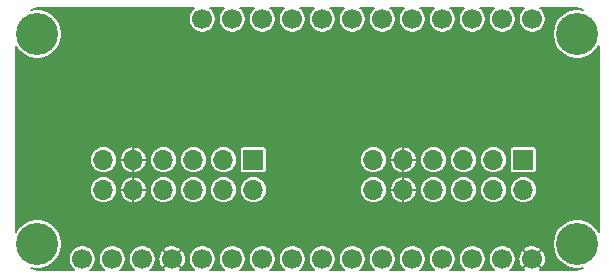
<source format=gbr>
G04 #@! TF.GenerationSoftware,KiCad,Pcbnew,(5.1.2)-1*
G04 #@! TF.CreationDate,2019-07-17T11:08:16+10:00*
G04 #@! TF.ProjectId,pmod-breakout,706d6f64-2d62-4726-9561-6b6f75742e6b,rev?*
G04 #@! TF.SameCoordinates,Original*
G04 #@! TF.FileFunction,Copper,L2,Bot*
G04 #@! TF.FilePolarity,Positive*
%FSLAX46Y46*%
G04 Gerber Fmt 4.6, Leading zero omitted, Abs format (unit mm)*
G04 Created by KiCad (PCBNEW (5.1.2)-1) date 2019-07-17 11:08:16*
%MOMM*%
%LPD*%
G04 APERTURE LIST*
%ADD10C,1.700000*%
%ADD11C,3.556000*%
%ADD12R,1.700000X1.700000*%
%ADD13O,1.700000X1.700000*%
%ADD14C,0.200000*%
G04 APERTURE END LIST*
D10*
X94230000Y-79010000D03*
X96770000Y-79010000D03*
X99310000Y-79010000D03*
X101850000Y-79010000D03*
X104390000Y-79010000D03*
X106930000Y-79010000D03*
X109470000Y-79010000D03*
X112010000Y-79010000D03*
X114550000Y-79010000D03*
X117090000Y-79010000D03*
X119630000Y-79010000D03*
X122170000Y-79010000D03*
X124710000Y-79010000D03*
X127250000Y-79010000D03*
X91690000Y-79010000D03*
X129790000Y-79010000D03*
X101850000Y-58690000D03*
X104390000Y-58690000D03*
X106930000Y-58690000D03*
X109470000Y-58690000D03*
X112010000Y-58690000D03*
X114550000Y-58690000D03*
X117090000Y-58690000D03*
X119630000Y-58690000D03*
X122170000Y-58690000D03*
X124710000Y-58690000D03*
X127250000Y-58690000D03*
X129790000Y-58690000D03*
D11*
X87880000Y-59960000D03*
X133600000Y-59960000D03*
X87880000Y-77740000D03*
X133600000Y-77740000D03*
D12*
X106182440Y-70615200D03*
D13*
X93482440Y-73155200D03*
X96022440Y-70615200D03*
X96022440Y-73155200D03*
X98562440Y-70615200D03*
X98562440Y-73155200D03*
X101102440Y-70615200D03*
X101102440Y-73155200D03*
X103642440Y-70615200D03*
X103642440Y-73155200D03*
X93482440Y-70615200D03*
X106182440Y-73155200D03*
D12*
X129042440Y-70615200D03*
D13*
X116342440Y-73155200D03*
X118882440Y-70615200D03*
X118882440Y-73155200D03*
X121422440Y-70615200D03*
X121422440Y-73155200D03*
X123962440Y-70615200D03*
X123962440Y-73155200D03*
X126502440Y-70615200D03*
X126502440Y-73155200D03*
X116342440Y-70615200D03*
X129042440Y-73155200D03*
D14*
G36*
X101116918Y-57796737D02*
G01*
X100956737Y-57956918D01*
X100830884Y-58145271D01*
X100744194Y-58354557D01*
X100700000Y-58576735D01*
X100700000Y-58803265D01*
X100744194Y-59025443D01*
X100830884Y-59234729D01*
X100956737Y-59423082D01*
X101116918Y-59583263D01*
X101305271Y-59709116D01*
X101514557Y-59795806D01*
X101736735Y-59840000D01*
X101963265Y-59840000D01*
X102185443Y-59795806D01*
X102394729Y-59709116D01*
X102583082Y-59583263D01*
X102743263Y-59423082D01*
X102869116Y-59234729D01*
X102955806Y-59025443D01*
X103000000Y-58803265D01*
X103000000Y-58576735D01*
X102955806Y-58354557D01*
X102869116Y-58145271D01*
X102743263Y-57956918D01*
X102583082Y-57796737D01*
X102505652Y-57745000D01*
X103734348Y-57745000D01*
X103656918Y-57796737D01*
X103496737Y-57956918D01*
X103370884Y-58145271D01*
X103284194Y-58354557D01*
X103240000Y-58576735D01*
X103240000Y-58803265D01*
X103284194Y-59025443D01*
X103370884Y-59234729D01*
X103496737Y-59423082D01*
X103656918Y-59583263D01*
X103845271Y-59709116D01*
X104054557Y-59795806D01*
X104276735Y-59840000D01*
X104503265Y-59840000D01*
X104725443Y-59795806D01*
X104934729Y-59709116D01*
X105123082Y-59583263D01*
X105283263Y-59423082D01*
X105409116Y-59234729D01*
X105495806Y-59025443D01*
X105540000Y-58803265D01*
X105540000Y-58576735D01*
X105495806Y-58354557D01*
X105409116Y-58145271D01*
X105283263Y-57956918D01*
X105123082Y-57796737D01*
X105045652Y-57745000D01*
X106274348Y-57745000D01*
X106196918Y-57796737D01*
X106036737Y-57956918D01*
X105910884Y-58145271D01*
X105824194Y-58354557D01*
X105780000Y-58576735D01*
X105780000Y-58803265D01*
X105824194Y-59025443D01*
X105910884Y-59234729D01*
X106036737Y-59423082D01*
X106196918Y-59583263D01*
X106385271Y-59709116D01*
X106594557Y-59795806D01*
X106816735Y-59840000D01*
X107043265Y-59840000D01*
X107265443Y-59795806D01*
X107474729Y-59709116D01*
X107663082Y-59583263D01*
X107823263Y-59423082D01*
X107949116Y-59234729D01*
X108035806Y-59025443D01*
X108080000Y-58803265D01*
X108080000Y-58576735D01*
X108035806Y-58354557D01*
X107949116Y-58145271D01*
X107823263Y-57956918D01*
X107663082Y-57796737D01*
X107585652Y-57745000D01*
X108814348Y-57745000D01*
X108736918Y-57796737D01*
X108576737Y-57956918D01*
X108450884Y-58145271D01*
X108364194Y-58354557D01*
X108320000Y-58576735D01*
X108320000Y-58803265D01*
X108364194Y-59025443D01*
X108450884Y-59234729D01*
X108576737Y-59423082D01*
X108736918Y-59583263D01*
X108925271Y-59709116D01*
X109134557Y-59795806D01*
X109356735Y-59840000D01*
X109583265Y-59840000D01*
X109805443Y-59795806D01*
X110014729Y-59709116D01*
X110203082Y-59583263D01*
X110363263Y-59423082D01*
X110489116Y-59234729D01*
X110575806Y-59025443D01*
X110620000Y-58803265D01*
X110620000Y-58576735D01*
X110575806Y-58354557D01*
X110489116Y-58145271D01*
X110363263Y-57956918D01*
X110203082Y-57796737D01*
X110125652Y-57745000D01*
X111354348Y-57745000D01*
X111276918Y-57796737D01*
X111116737Y-57956918D01*
X110990884Y-58145271D01*
X110904194Y-58354557D01*
X110860000Y-58576735D01*
X110860000Y-58803265D01*
X110904194Y-59025443D01*
X110990884Y-59234729D01*
X111116737Y-59423082D01*
X111276918Y-59583263D01*
X111465271Y-59709116D01*
X111674557Y-59795806D01*
X111896735Y-59840000D01*
X112123265Y-59840000D01*
X112345443Y-59795806D01*
X112554729Y-59709116D01*
X112743082Y-59583263D01*
X112903263Y-59423082D01*
X113029116Y-59234729D01*
X113115806Y-59025443D01*
X113160000Y-58803265D01*
X113160000Y-58576735D01*
X113115806Y-58354557D01*
X113029116Y-58145271D01*
X112903263Y-57956918D01*
X112743082Y-57796737D01*
X112665652Y-57745000D01*
X113894348Y-57745000D01*
X113816918Y-57796737D01*
X113656737Y-57956918D01*
X113530884Y-58145271D01*
X113444194Y-58354557D01*
X113400000Y-58576735D01*
X113400000Y-58803265D01*
X113444194Y-59025443D01*
X113530884Y-59234729D01*
X113656737Y-59423082D01*
X113816918Y-59583263D01*
X114005271Y-59709116D01*
X114214557Y-59795806D01*
X114436735Y-59840000D01*
X114663265Y-59840000D01*
X114885443Y-59795806D01*
X115094729Y-59709116D01*
X115283082Y-59583263D01*
X115443263Y-59423082D01*
X115569116Y-59234729D01*
X115655806Y-59025443D01*
X115700000Y-58803265D01*
X115700000Y-58576735D01*
X115655806Y-58354557D01*
X115569116Y-58145271D01*
X115443263Y-57956918D01*
X115283082Y-57796737D01*
X115205652Y-57745000D01*
X116434348Y-57745000D01*
X116356918Y-57796737D01*
X116196737Y-57956918D01*
X116070884Y-58145271D01*
X115984194Y-58354557D01*
X115940000Y-58576735D01*
X115940000Y-58803265D01*
X115984194Y-59025443D01*
X116070884Y-59234729D01*
X116196737Y-59423082D01*
X116356918Y-59583263D01*
X116545271Y-59709116D01*
X116754557Y-59795806D01*
X116976735Y-59840000D01*
X117203265Y-59840000D01*
X117425443Y-59795806D01*
X117634729Y-59709116D01*
X117823082Y-59583263D01*
X117983263Y-59423082D01*
X118109116Y-59234729D01*
X118195806Y-59025443D01*
X118240000Y-58803265D01*
X118240000Y-58576735D01*
X118195806Y-58354557D01*
X118109116Y-58145271D01*
X117983263Y-57956918D01*
X117823082Y-57796737D01*
X117745652Y-57745000D01*
X118974348Y-57745000D01*
X118896918Y-57796737D01*
X118736737Y-57956918D01*
X118610884Y-58145271D01*
X118524194Y-58354557D01*
X118480000Y-58576735D01*
X118480000Y-58803265D01*
X118524194Y-59025443D01*
X118610884Y-59234729D01*
X118736737Y-59423082D01*
X118896918Y-59583263D01*
X119085271Y-59709116D01*
X119294557Y-59795806D01*
X119516735Y-59840000D01*
X119743265Y-59840000D01*
X119965443Y-59795806D01*
X120174729Y-59709116D01*
X120363082Y-59583263D01*
X120523263Y-59423082D01*
X120649116Y-59234729D01*
X120735806Y-59025443D01*
X120780000Y-58803265D01*
X120780000Y-58576735D01*
X120735806Y-58354557D01*
X120649116Y-58145271D01*
X120523263Y-57956918D01*
X120363082Y-57796737D01*
X120285652Y-57745000D01*
X121514348Y-57745000D01*
X121436918Y-57796737D01*
X121276737Y-57956918D01*
X121150884Y-58145271D01*
X121064194Y-58354557D01*
X121020000Y-58576735D01*
X121020000Y-58803265D01*
X121064194Y-59025443D01*
X121150884Y-59234729D01*
X121276737Y-59423082D01*
X121436918Y-59583263D01*
X121625271Y-59709116D01*
X121834557Y-59795806D01*
X122056735Y-59840000D01*
X122283265Y-59840000D01*
X122505443Y-59795806D01*
X122714729Y-59709116D01*
X122903082Y-59583263D01*
X123063263Y-59423082D01*
X123189116Y-59234729D01*
X123275806Y-59025443D01*
X123320000Y-58803265D01*
X123320000Y-58576735D01*
X123275806Y-58354557D01*
X123189116Y-58145271D01*
X123063263Y-57956918D01*
X122903082Y-57796737D01*
X122825652Y-57745000D01*
X124054348Y-57745000D01*
X123976918Y-57796737D01*
X123816737Y-57956918D01*
X123690884Y-58145271D01*
X123604194Y-58354557D01*
X123560000Y-58576735D01*
X123560000Y-58803265D01*
X123604194Y-59025443D01*
X123690884Y-59234729D01*
X123816737Y-59423082D01*
X123976918Y-59583263D01*
X124165271Y-59709116D01*
X124374557Y-59795806D01*
X124596735Y-59840000D01*
X124823265Y-59840000D01*
X125045443Y-59795806D01*
X125254729Y-59709116D01*
X125443082Y-59583263D01*
X125603263Y-59423082D01*
X125729116Y-59234729D01*
X125815806Y-59025443D01*
X125860000Y-58803265D01*
X125860000Y-58576735D01*
X125815806Y-58354557D01*
X125729116Y-58145271D01*
X125603263Y-57956918D01*
X125443082Y-57796737D01*
X125365652Y-57745000D01*
X126594348Y-57745000D01*
X126516918Y-57796737D01*
X126356737Y-57956918D01*
X126230884Y-58145271D01*
X126144194Y-58354557D01*
X126100000Y-58576735D01*
X126100000Y-58803265D01*
X126144194Y-59025443D01*
X126230884Y-59234729D01*
X126356737Y-59423082D01*
X126516918Y-59583263D01*
X126705271Y-59709116D01*
X126914557Y-59795806D01*
X127136735Y-59840000D01*
X127363265Y-59840000D01*
X127585443Y-59795806D01*
X127794729Y-59709116D01*
X127983082Y-59583263D01*
X128143263Y-59423082D01*
X128269116Y-59234729D01*
X128355806Y-59025443D01*
X128400000Y-58803265D01*
X128400000Y-58576735D01*
X128355806Y-58354557D01*
X128269116Y-58145271D01*
X128143263Y-57956918D01*
X127983082Y-57796737D01*
X127905652Y-57745000D01*
X129134348Y-57745000D01*
X129056918Y-57796737D01*
X128896737Y-57956918D01*
X128770884Y-58145271D01*
X128684194Y-58354557D01*
X128640000Y-58576735D01*
X128640000Y-58803265D01*
X128684194Y-59025443D01*
X128770884Y-59234729D01*
X128896737Y-59423082D01*
X129056918Y-59583263D01*
X129245271Y-59709116D01*
X129454557Y-59795806D01*
X129676735Y-59840000D01*
X129903265Y-59840000D01*
X130125443Y-59795806D01*
X130334729Y-59709116D01*
X130523082Y-59583263D01*
X130683263Y-59423082D01*
X130809116Y-59234729D01*
X130895806Y-59025443D01*
X130940000Y-58803265D01*
X130940000Y-58576735D01*
X130895806Y-58354557D01*
X130809116Y-58145271D01*
X130683263Y-57956918D01*
X130523082Y-57796737D01*
X130445652Y-57745000D01*
X133177703Y-57745000D01*
X133623526Y-57788713D01*
X134037078Y-57913572D01*
X134081122Y-57936991D01*
X133804665Y-57882000D01*
X133395335Y-57882000D01*
X132993870Y-57961856D01*
X132615698Y-58118500D01*
X132275352Y-58345912D01*
X131985912Y-58635352D01*
X131758500Y-58975698D01*
X131601856Y-59353870D01*
X131522000Y-59755335D01*
X131522000Y-60164665D01*
X131601856Y-60566130D01*
X131758500Y-60944302D01*
X131985912Y-61284648D01*
X132275352Y-61574088D01*
X132615698Y-61801500D01*
X132993870Y-61958144D01*
X133395335Y-62038000D01*
X133804665Y-62038000D01*
X134206130Y-61958144D01*
X134584302Y-61801500D01*
X134924648Y-61574088D01*
X135214088Y-61284648D01*
X135408573Y-60993580D01*
X135408161Y-76705802D01*
X135214088Y-76415352D01*
X134924648Y-76125912D01*
X134584302Y-75898500D01*
X134206130Y-75741856D01*
X133804665Y-75662000D01*
X133395335Y-75662000D01*
X132993870Y-75741856D01*
X132615698Y-75898500D01*
X132275352Y-76125912D01*
X131985912Y-76415352D01*
X131758500Y-76755698D01*
X131601856Y-77133870D01*
X131522000Y-77535335D01*
X131522000Y-77944665D01*
X131601856Y-78346130D01*
X131758500Y-78724302D01*
X131985912Y-79064648D01*
X132275352Y-79354088D01*
X132615698Y-79581500D01*
X132993870Y-79738144D01*
X133395335Y-79818000D01*
X133804665Y-79818000D01*
X134074505Y-79764326D01*
X134012009Y-79796582D01*
X133596007Y-79916655D01*
X133178696Y-79955000D01*
X130471534Y-79955000D01*
X130555869Y-79782940D01*
X129790000Y-79017071D01*
X129024131Y-79782940D01*
X129108466Y-79955000D01*
X127905652Y-79955000D01*
X127983082Y-79903263D01*
X128143263Y-79743082D01*
X128269116Y-79554729D01*
X128355806Y-79345443D01*
X128400000Y-79123265D01*
X128400000Y-78969235D01*
X128625101Y-78969235D01*
X128639532Y-79197279D01*
X128698174Y-79418126D01*
X128798774Y-79623289D01*
X128844069Y-79691078D01*
X129017060Y-79775869D01*
X129782929Y-79010000D01*
X129797071Y-79010000D01*
X130562940Y-79775869D01*
X130735931Y-79691078D01*
X130850627Y-79493450D01*
X130924563Y-79277242D01*
X130954899Y-79050765D01*
X130940468Y-78822721D01*
X130881826Y-78601874D01*
X130781226Y-78396711D01*
X130735931Y-78328922D01*
X130562940Y-78244131D01*
X129797071Y-79010000D01*
X129782929Y-79010000D01*
X129017060Y-78244131D01*
X128844069Y-78328922D01*
X128729373Y-78526550D01*
X128655437Y-78742758D01*
X128625101Y-78969235D01*
X128400000Y-78969235D01*
X128400000Y-78896735D01*
X128355806Y-78674557D01*
X128269116Y-78465271D01*
X128143263Y-78276918D01*
X128103405Y-78237060D01*
X129024131Y-78237060D01*
X129790000Y-79002929D01*
X130555869Y-78237060D01*
X130471078Y-78064069D01*
X130273450Y-77949373D01*
X130057242Y-77875437D01*
X129830765Y-77845101D01*
X129602721Y-77859532D01*
X129381874Y-77918174D01*
X129176711Y-78018774D01*
X129108922Y-78064069D01*
X129024131Y-78237060D01*
X128103405Y-78237060D01*
X127983082Y-78116737D01*
X127794729Y-77990884D01*
X127585443Y-77904194D01*
X127363265Y-77860000D01*
X127136735Y-77860000D01*
X126914557Y-77904194D01*
X126705271Y-77990884D01*
X126516918Y-78116737D01*
X126356737Y-78276918D01*
X126230884Y-78465271D01*
X126144194Y-78674557D01*
X126100000Y-78896735D01*
X126100000Y-79123265D01*
X126144194Y-79345443D01*
X126230884Y-79554729D01*
X126356737Y-79743082D01*
X126516918Y-79903263D01*
X126594348Y-79955000D01*
X125365652Y-79955000D01*
X125443082Y-79903263D01*
X125603263Y-79743082D01*
X125729116Y-79554729D01*
X125815806Y-79345443D01*
X125860000Y-79123265D01*
X125860000Y-78896735D01*
X125815806Y-78674557D01*
X125729116Y-78465271D01*
X125603263Y-78276918D01*
X125443082Y-78116737D01*
X125254729Y-77990884D01*
X125045443Y-77904194D01*
X124823265Y-77860000D01*
X124596735Y-77860000D01*
X124374557Y-77904194D01*
X124165271Y-77990884D01*
X123976918Y-78116737D01*
X123816737Y-78276918D01*
X123690884Y-78465271D01*
X123604194Y-78674557D01*
X123560000Y-78896735D01*
X123560000Y-79123265D01*
X123604194Y-79345443D01*
X123690884Y-79554729D01*
X123816737Y-79743082D01*
X123976918Y-79903263D01*
X124054348Y-79955000D01*
X122825652Y-79955000D01*
X122903082Y-79903263D01*
X123063263Y-79743082D01*
X123189116Y-79554729D01*
X123275806Y-79345443D01*
X123320000Y-79123265D01*
X123320000Y-78896735D01*
X123275806Y-78674557D01*
X123189116Y-78465271D01*
X123063263Y-78276918D01*
X122903082Y-78116737D01*
X122714729Y-77990884D01*
X122505443Y-77904194D01*
X122283265Y-77860000D01*
X122056735Y-77860000D01*
X121834557Y-77904194D01*
X121625271Y-77990884D01*
X121436918Y-78116737D01*
X121276737Y-78276918D01*
X121150884Y-78465271D01*
X121064194Y-78674557D01*
X121020000Y-78896735D01*
X121020000Y-79123265D01*
X121064194Y-79345443D01*
X121150884Y-79554729D01*
X121276737Y-79743082D01*
X121436918Y-79903263D01*
X121514348Y-79955000D01*
X120285652Y-79955000D01*
X120363082Y-79903263D01*
X120523263Y-79743082D01*
X120649116Y-79554729D01*
X120735806Y-79345443D01*
X120780000Y-79123265D01*
X120780000Y-78896735D01*
X120735806Y-78674557D01*
X120649116Y-78465271D01*
X120523263Y-78276918D01*
X120363082Y-78116737D01*
X120174729Y-77990884D01*
X119965443Y-77904194D01*
X119743265Y-77860000D01*
X119516735Y-77860000D01*
X119294557Y-77904194D01*
X119085271Y-77990884D01*
X118896918Y-78116737D01*
X118736737Y-78276918D01*
X118610884Y-78465271D01*
X118524194Y-78674557D01*
X118480000Y-78896735D01*
X118480000Y-79123265D01*
X118524194Y-79345443D01*
X118610884Y-79554729D01*
X118736737Y-79743082D01*
X118896918Y-79903263D01*
X118974348Y-79955000D01*
X117745652Y-79955000D01*
X117823082Y-79903263D01*
X117983263Y-79743082D01*
X118109116Y-79554729D01*
X118195806Y-79345443D01*
X118240000Y-79123265D01*
X118240000Y-78896735D01*
X118195806Y-78674557D01*
X118109116Y-78465271D01*
X117983263Y-78276918D01*
X117823082Y-78116737D01*
X117634729Y-77990884D01*
X117425443Y-77904194D01*
X117203265Y-77860000D01*
X116976735Y-77860000D01*
X116754557Y-77904194D01*
X116545271Y-77990884D01*
X116356918Y-78116737D01*
X116196737Y-78276918D01*
X116070884Y-78465271D01*
X115984194Y-78674557D01*
X115940000Y-78896735D01*
X115940000Y-79123265D01*
X115984194Y-79345443D01*
X116070884Y-79554729D01*
X116196737Y-79743082D01*
X116356918Y-79903263D01*
X116434348Y-79955000D01*
X115205652Y-79955000D01*
X115283082Y-79903263D01*
X115443263Y-79743082D01*
X115569116Y-79554729D01*
X115655806Y-79345443D01*
X115700000Y-79123265D01*
X115700000Y-78896735D01*
X115655806Y-78674557D01*
X115569116Y-78465271D01*
X115443263Y-78276918D01*
X115283082Y-78116737D01*
X115094729Y-77990884D01*
X114885443Y-77904194D01*
X114663265Y-77860000D01*
X114436735Y-77860000D01*
X114214557Y-77904194D01*
X114005271Y-77990884D01*
X113816918Y-78116737D01*
X113656737Y-78276918D01*
X113530884Y-78465271D01*
X113444194Y-78674557D01*
X113400000Y-78896735D01*
X113400000Y-79123265D01*
X113444194Y-79345443D01*
X113530884Y-79554729D01*
X113656737Y-79743082D01*
X113816918Y-79903263D01*
X113894348Y-79955000D01*
X112665652Y-79955000D01*
X112743082Y-79903263D01*
X112903263Y-79743082D01*
X113029116Y-79554729D01*
X113115806Y-79345443D01*
X113160000Y-79123265D01*
X113160000Y-78896735D01*
X113115806Y-78674557D01*
X113029116Y-78465271D01*
X112903263Y-78276918D01*
X112743082Y-78116737D01*
X112554729Y-77990884D01*
X112345443Y-77904194D01*
X112123265Y-77860000D01*
X111896735Y-77860000D01*
X111674557Y-77904194D01*
X111465271Y-77990884D01*
X111276918Y-78116737D01*
X111116737Y-78276918D01*
X110990884Y-78465271D01*
X110904194Y-78674557D01*
X110860000Y-78896735D01*
X110860000Y-79123265D01*
X110904194Y-79345443D01*
X110990884Y-79554729D01*
X111116737Y-79743082D01*
X111276918Y-79903263D01*
X111354348Y-79955000D01*
X110125652Y-79955000D01*
X110203082Y-79903263D01*
X110363263Y-79743082D01*
X110489116Y-79554729D01*
X110575806Y-79345443D01*
X110620000Y-79123265D01*
X110620000Y-78896735D01*
X110575806Y-78674557D01*
X110489116Y-78465271D01*
X110363263Y-78276918D01*
X110203082Y-78116737D01*
X110014729Y-77990884D01*
X109805443Y-77904194D01*
X109583265Y-77860000D01*
X109356735Y-77860000D01*
X109134557Y-77904194D01*
X108925271Y-77990884D01*
X108736918Y-78116737D01*
X108576737Y-78276918D01*
X108450884Y-78465271D01*
X108364194Y-78674557D01*
X108320000Y-78896735D01*
X108320000Y-79123265D01*
X108364194Y-79345443D01*
X108450884Y-79554729D01*
X108576737Y-79743082D01*
X108736918Y-79903263D01*
X108814348Y-79955000D01*
X107585652Y-79955000D01*
X107663082Y-79903263D01*
X107823263Y-79743082D01*
X107949116Y-79554729D01*
X108035806Y-79345443D01*
X108080000Y-79123265D01*
X108080000Y-78896735D01*
X108035806Y-78674557D01*
X107949116Y-78465271D01*
X107823263Y-78276918D01*
X107663082Y-78116737D01*
X107474729Y-77990884D01*
X107265443Y-77904194D01*
X107043265Y-77860000D01*
X106816735Y-77860000D01*
X106594557Y-77904194D01*
X106385271Y-77990884D01*
X106196918Y-78116737D01*
X106036737Y-78276918D01*
X105910884Y-78465271D01*
X105824194Y-78674557D01*
X105780000Y-78896735D01*
X105780000Y-79123265D01*
X105824194Y-79345443D01*
X105910884Y-79554729D01*
X106036737Y-79743082D01*
X106196918Y-79903263D01*
X106274348Y-79955000D01*
X105045652Y-79955000D01*
X105123082Y-79903263D01*
X105283263Y-79743082D01*
X105409116Y-79554729D01*
X105495806Y-79345443D01*
X105540000Y-79123265D01*
X105540000Y-78896735D01*
X105495806Y-78674557D01*
X105409116Y-78465271D01*
X105283263Y-78276918D01*
X105123082Y-78116737D01*
X104934729Y-77990884D01*
X104725443Y-77904194D01*
X104503265Y-77860000D01*
X104276735Y-77860000D01*
X104054557Y-77904194D01*
X103845271Y-77990884D01*
X103656918Y-78116737D01*
X103496737Y-78276918D01*
X103370884Y-78465271D01*
X103284194Y-78674557D01*
X103240000Y-78896735D01*
X103240000Y-79123265D01*
X103284194Y-79345443D01*
X103370884Y-79554729D01*
X103496737Y-79743082D01*
X103656918Y-79903263D01*
X103734348Y-79955000D01*
X102505652Y-79955000D01*
X102583082Y-79903263D01*
X102743263Y-79743082D01*
X102869116Y-79554729D01*
X102955806Y-79345443D01*
X103000000Y-79123265D01*
X103000000Y-78896735D01*
X102955806Y-78674557D01*
X102869116Y-78465271D01*
X102743263Y-78276918D01*
X102583082Y-78116737D01*
X102394729Y-77990884D01*
X102185443Y-77904194D01*
X101963265Y-77860000D01*
X101736735Y-77860000D01*
X101514557Y-77904194D01*
X101305271Y-77990884D01*
X101116918Y-78116737D01*
X100956737Y-78276918D01*
X100830884Y-78465271D01*
X100744194Y-78674557D01*
X100700000Y-78896735D01*
X100700000Y-79123265D01*
X100744194Y-79345443D01*
X100830884Y-79554729D01*
X100956737Y-79743082D01*
X101116918Y-79903263D01*
X101194348Y-79955000D01*
X99991534Y-79955000D01*
X100075869Y-79782940D01*
X99310000Y-79017071D01*
X98544131Y-79782940D01*
X98628466Y-79955000D01*
X97425652Y-79955000D01*
X97503082Y-79903263D01*
X97663263Y-79743082D01*
X97789116Y-79554729D01*
X97875806Y-79345443D01*
X97920000Y-79123265D01*
X97920000Y-78969235D01*
X98145101Y-78969235D01*
X98159532Y-79197279D01*
X98218174Y-79418126D01*
X98318774Y-79623289D01*
X98364069Y-79691078D01*
X98537060Y-79775869D01*
X99302929Y-79010000D01*
X99317071Y-79010000D01*
X100082940Y-79775869D01*
X100255931Y-79691078D01*
X100370627Y-79493450D01*
X100444563Y-79277242D01*
X100474899Y-79050765D01*
X100460468Y-78822721D01*
X100401826Y-78601874D01*
X100301226Y-78396711D01*
X100255931Y-78328922D01*
X100082940Y-78244131D01*
X99317071Y-79010000D01*
X99302929Y-79010000D01*
X98537060Y-78244131D01*
X98364069Y-78328922D01*
X98249373Y-78526550D01*
X98175437Y-78742758D01*
X98145101Y-78969235D01*
X97920000Y-78969235D01*
X97920000Y-78896735D01*
X97875806Y-78674557D01*
X97789116Y-78465271D01*
X97663263Y-78276918D01*
X97623405Y-78237060D01*
X98544131Y-78237060D01*
X99310000Y-79002929D01*
X100075869Y-78237060D01*
X99991078Y-78064069D01*
X99793450Y-77949373D01*
X99577242Y-77875437D01*
X99350765Y-77845101D01*
X99122721Y-77859532D01*
X98901874Y-77918174D01*
X98696711Y-78018774D01*
X98628922Y-78064069D01*
X98544131Y-78237060D01*
X97623405Y-78237060D01*
X97503082Y-78116737D01*
X97314729Y-77990884D01*
X97105443Y-77904194D01*
X96883265Y-77860000D01*
X96656735Y-77860000D01*
X96434557Y-77904194D01*
X96225271Y-77990884D01*
X96036918Y-78116737D01*
X95876737Y-78276918D01*
X95750884Y-78465271D01*
X95664194Y-78674557D01*
X95620000Y-78896735D01*
X95620000Y-79123265D01*
X95664194Y-79345443D01*
X95750884Y-79554729D01*
X95876737Y-79743082D01*
X96036918Y-79903263D01*
X96114348Y-79955000D01*
X94885652Y-79955000D01*
X94963082Y-79903263D01*
X95123263Y-79743082D01*
X95249116Y-79554729D01*
X95335806Y-79345443D01*
X95380000Y-79123265D01*
X95380000Y-78896735D01*
X95335806Y-78674557D01*
X95249116Y-78465271D01*
X95123263Y-78276918D01*
X94963082Y-78116737D01*
X94774729Y-77990884D01*
X94565443Y-77904194D01*
X94343265Y-77860000D01*
X94116735Y-77860000D01*
X93894557Y-77904194D01*
X93685271Y-77990884D01*
X93496918Y-78116737D01*
X93336737Y-78276918D01*
X93210884Y-78465271D01*
X93124194Y-78674557D01*
X93080000Y-78896735D01*
X93080000Y-79123265D01*
X93124194Y-79345443D01*
X93210884Y-79554729D01*
X93336737Y-79743082D01*
X93496918Y-79903263D01*
X93574348Y-79955000D01*
X92345652Y-79955000D01*
X92423082Y-79903263D01*
X92583263Y-79743082D01*
X92709116Y-79554729D01*
X92795806Y-79345443D01*
X92840000Y-79123265D01*
X92840000Y-78896735D01*
X92795806Y-78674557D01*
X92709116Y-78465271D01*
X92583263Y-78276918D01*
X92423082Y-78116737D01*
X92234729Y-77990884D01*
X92025443Y-77904194D01*
X91803265Y-77860000D01*
X91576735Y-77860000D01*
X91354557Y-77904194D01*
X91145271Y-77990884D01*
X90956918Y-78116737D01*
X90796737Y-78276918D01*
X90670884Y-78465271D01*
X90584194Y-78674557D01*
X90540000Y-78896735D01*
X90540000Y-79123265D01*
X90584194Y-79345443D01*
X90670884Y-79554729D01*
X90796737Y-79743082D01*
X90956918Y-79903263D01*
X91034348Y-79955000D01*
X88302297Y-79955000D01*
X87856475Y-79911287D01*
X87442922Y-79786428D01*
X87398877Y-79763009D01*
X87675335Y-79818000D01*
X88084665Y-79818000D01*
X88486130Y-79738144D01*
X88864302Y-79581500D01*
X89204648Y-79354088D01*
X89494088Y-79064648D01*
X89721500Y-78724302D01*
X89878144Y-78346130D01*
X89958000Y-77944665D01*
X89958000Y-77535335D01*
X89878144Y-77133870D01*
X89721500Y-76755698D01*
X89494088Y-76415352D01*
X89204648Y-76125912D01*
X88864302Y-75898500D01*
X88486130Y-75741856D01*
X88084665Y-75662000D01*
X87675335Y-75662000D01*
X87273870Y-75741856D01*
X86895698Y-75898500D01*
X86555352Y-76125912D01*
X86265912Y-76415352D01*
X86071400Y-76706460D01*
X86071400Y-73155200D01*
X92326876Y-73155200D01*
X92349080Y-73380639D01*
X92414838Y-73597415D01*
X92521624Y-73797197D01*
X92665333Y-73972307D01*
X92840443Y-74116016D01*
X93040225Y-74222802D01*
X93257001Y-74288560D01*
X93425948Y-74305200D01*
X93538932Y-74305200D01*
X93707879Y-74288560D01*
X93924655Y-74222802D01*
X94124437Y-74116016D01*
X94299547Y-73972307D01*
X94443256Y-73797197D01*
X94550042Y-73597415D01*
X94615800Y-73380639D01*
X94619644Y-73341601D01*
X94877515Y-73341601D01*
X94935879Y-73561383D01*
X95035999Y-73765556D01*
X95174028Y-73946273D01*
X95344661Y-74096590D01*
X95541340Y-74210730D01*
X95756508Y-74284306D01*
X95836039Y-74300125D01*
X96017440Y-74237688D01*
X96017440Y-73160200D01*
X96027440Y-73160200D01*
X96027440Y-74237688D01*
X96208841Y-74300125D01*
X96288372Y-74284306D01*
X96503540Y-74210730D01*
X96700219Y-74096590D01*
X96870852Y-73946273D01*
X97008881Y-73765556D01*
X97109001Y-73561383D01*
X97167365Y-73341601D01*
X97104929Y-73160200D01*
X96027440Y-73160200D01*
X96017440Y-73160200D01*
X94939951Y-73160200D01*
X94877515Y-73341601D01*
X94619644Y-73341601D01*
X94638004Y-73155200D01*
X97406876Y-73155200D01*
X97429080Y-73380639D01*
X97494838Y-73597415D01*
X97601624Y-73797197D01*
X97745333Y-73972307D01*
X97920443Y-74116016D01*
X98120225Y-74222802D01*
X98337001Y-74288560D01*
X98505948Y-74305200D01*
X98618932Y-74305200D01*
X98787879Y-74288560D01*
X99004655Y-74222802D01*
X99204437Y-74116016D01*
X99379547Y-73972307D01*
X99523256Y-73797197D01*
X99630042Y-73597415D01*
X99695800Y-73380639D01*
X99718004Y-73155200D01*
X99946876Y-73155200D01*
X99969080Y-73380639D01*
X100034838Y-73597415D01*
X100141624Y-73797197D01*
X100285333Y-73972307D01*
X100460443Y-74116016D01*
X100660225Y-74222802D01*
X100877001Y-74288560D01*
X101045948Y-74305200D01*
X101158932Y-74305200D01*
X101327879Y-74288560D01*
X101544655Y-74222802D01*
X101744437Y-74116016D01*
X101919547Y-73972307D01*
X102063256Y-73797197D01*
X102170042Y-73597415D01*
X102235800Y-73380639D01*
X102258004Y-73155200D01*
X102486876Y-73155200D01*
X102509080Y-73380639D01*
X102574838Y-73597415D01*
X102681624Y-73797197D01*
X102825333Y-73972307D01*
X103000443Y-74116016D01*
X103200225Y-74222802D01*
X103417001Y-74288560D01*
X103585948Y-74305200D01*
X103698932Y-74305200D01*
X103867879Y-74288560D01*
X104084655Y-74222802D01*
X104284437Y-74116016D01*
X104459547Y-73972307D01*
X104603256Y-73797197D01*
X104710042Y-73597415D01*
X104775800Y-73380639D01*
X104798004Y-73155200D01*
X105026876Y-73155200D01*
X105049080Y-73380639D01*
X105114838Y-73597415D01*
X105221624Y-73797197D01*
X105365333Y-73972307D01*
X105540443Y-74116016D01*
X105740225Y-74222802D01*
X105957001Y-74288560D01*
X106125948Y-74305200D01*
X106238932Y-74305200D01*
X106407879Y-74288560D01*
X106624655Y-74222802D01*
X106824437Y-74116016D01*
X106999547Y-73972307D01*
X107143256Y-73797197D01*
X107250042Y-73597415D01*
X107315800Y-73380639D01*
X107338004Y-73155200D01*
X115186876Y-73155200D01*
X115209080Y-73380639D01*
X115274838Y-73597415D01*
X115381624Y-73797197D01*
X115525333Y-73972307D01*
X115700443Y-74116016D01*
X115900225Y-74222802D01*
X116117001Y-74288560D01*
X116285948Y-74305200D01*
X116398932Y-74305200D01*
X116567879Y-74288560D01*
X116784655Y-74222802D01*
X116984437Y-74116016D01*
X117159547Y-73972307D01*
X117303256Y-73797197D01*
X117410042Y-73597415D01*
X117475800Y-73380639D01*
X117479644Y-73341601D01*
X117737515Y-73341601D01*
X117795879Y-73561383D01*
X117895999Y-73765556D01*
X118034028Y-73946273D01*
X118204661Y-74096590D01*
X118401340Y-74210730D01*
X118616508Y-74284306D01*
X118696039Y-74300125D01*
X118877440Y-74237688D01*
X118877440Y-73160200D01*
X118887440Y-73160200D01*
X118887440Y-74237688D01*
X119068841Y-74300125D01*
X119148372Y-74284306D01*
X119363540Y-74210730D01*
X119560219Y-74096590D01*
X119730852Y-73946273D01*
X119868881Y-73765556D01*
X119969001Y-73561383D01*
X120027365Y-73341601D01*
X119964929Y-73160200D01*
X118887440Y-73160200D01*
X118877440Y-73160200D01*
X117799951Y-73160200D01*
X117737515Y-73341601D01*
X117479644Y-73341601D01*
X117498004Y-73155200D01*
X120266876Y-73155200D01*
X120289080Y-73380639D01*
X120354838Y-73597415D01*
X120461624Y-73797197D01*
X120605333Y-73972307D01*
X120780443Y-74116016D01*
X120980225Y-74222802D01*
X121197001Y-74288560D01*
X121365948Y-74305200D01*
X121478932Y-74305200D01*
X121647879Y-74288560D01*
X121864655Y-74222802D01*
X122064437Y-74116016D01*
X122239547Y-73972307D01*
X122383256Y-73797197D01*
X122490042Y-73597415D01*
X122555800Y-73380639D01*
X122578004Y-73155200D01*
X122806876Y-73155200D01*
X122829080Y-73380639D01*
X122894838Y-73597415D01*
X123001624Y-73797197D01*
X123145333Y-73972307D01*
X123320443Y-74116016D01*
X123520225Y-74222802D01*
X123737001Y-74288560D01*
X123905948Y-74305200D01*
X124018932Y-74305200D01*
X124187879Y-74288560D01*
X124404655Y-74222802D01*
X124604437Y-74116016D01*
X124779547Y-73972307D01*
X124923256Y-73797197D01*
X125030042Y-73597415D01*
X125095800Y-73380639D01*
X125118004Y-73155200D01*
X125346876Y-73155200D01*
X125369080Y-73380639D01*
X125434838Y-73597415D01*
X125541624Y-73797197D01*
X125685333Y-73972307D01*
X125860443Y-74116016D01*
X126060225Y-74222802D01*
X126277001Y-74288560D01*
X126445948Y-74305200D01*
X126558932Y-74305200D01*
X126727879Y-74288560D01*
X126944655Y-74222802D01*
X127144437Y-74116016D01*
X127319547Y-73972307D01*
X127463256Y-73797197D01*
X127570042Y-73597415D01*
X127635800Y-73380639D01*
X127658004Y-73155200D01*
X127886876Y-73155200D01*
X127909080Y-73380639D01*
X127974838Y-73597415D01*
X128081624Y-73797197D01*
X128225333Y-73972307D01*
X128400443Y-74116016D01*
X128600225Y-74222802D01*
X128817001Y-74288560D01*
X128985948Y-74305200D01*
X129098932Y-74305200D01*
X129267879Y-74288560D01*
X129484655Y-74222802D01*
X129684437Y-74116016D01*
X129859547Y-73972307D01*
X130003256Y-73797197D01*
X130110042Y-73597415D01*
X130175800Y-73380639D01*
X130198004Y-73155200D01*
X130175800Y-72929761D01*
X130110042Y-72712985D01*
X130003256Y-72513203D01*
X129859547Y-72338093D01*
X129684437Y-72194384D01*
X129484655Y-72087598D01*
X129267879Y-72021840D01*
X129098932Y-72005200D01*
X128985948Y-72005200D01*
X128817001Y-72021840D01*
X128600225Y-72087598D01*
X128400443Y-72194384D01*
X128225333Y-72338093D01*
X128081624Y-72513203D01*
X127974838Y-72712985D01*
X127909080Y-72929761D01*
X127886876Y-73155200D01*
X127658004Y-73155200D01*
X127635800Y-72929761D01*
X127570042Y-72712985D01*
X127463256Y-72513203D01*
X127319547Y-72338093D01*
X127144437Y-72194384D01*
X126944655Y-72087598D01*
X126727879Y-72021840D01*
X126558932Y-72005200D01*
X126445948Y-72005200D01*
X126277001Y-72021840D01*
X126060225Y-72087598D01*
X125860443Y-72194384D01*
X125685333Y-72338093D01*
X125541624Y-72513203D01*
X125434838Y-72712985D01*
X125369080Y-72929761D01*
X125346876Y-73155200D01*
X125118004Y-73155200D01*
X125095800Y-72929761D01*
X125030042Y-72712985D01*
X124923256Y-72513203D01*
X124779547Y-72338093D01*
X124604437Y-72194384D01*
X124404655Y-72087598D01*
X124187879Y-72021840D01*
X124018932Y-72005200D01*
X123905948Y-72005200D01*
X123737001Y-72021840D01*
X123520225Y-72087598D01*
X123320443Y-72194384D01*
X123145333Y-72338093D01*
X123001624Y-72513203D01*
X122894838Y-72712985D01*
X122829080Y-72929761D01*
X122806876Y-73155200D01*
X122578004Y-73155200D01*
X122555800Y-72929761D01*
X122490042Y-72712985D01*
X122383256Y-72513203D01*
X122239547Y-72338093D01*
X122064437Y-72194384D01*
X121864655Y-72087598D01*
X121647879Y-72021840D01*
X121478932Y-72005200D01*
X121365948Y-72005200D01*
X121197001Y-72021840D01*
X120980225Y-72087598D01*
X120780443Y-72194384D01*
X120605333Y-72338093D01*
X120461624Y-72513203D01*
X120354838Y-72712985D01*
X120289080Y-72929761D01*
X120266876Y-73155200D01*
X117498004Y-73155200D01*
X117479645Y-72968799D01*
X117737515Y-72968799D01*
X117799951Y-73150200D01*
X118877440Y-73150200D01*
X118877440Y-72072712D01*
X118887440Y-72072712D01*
X118887440Y-73150200D01*
X119964929Y-73150200D01*
X120027365Y-72968799D01*
X119969001Y-72749017D01*
X119868881Y-72544844D01*
X119730852Y-72364127D01*
X119560219Y-72213810D01*
X119363540Y-72099670D01*
X119148372Y-72026094D01*
X119068841Y-72010275D01*
X118887440Y-72072712D01*
X118877440Y-72072712D01*
X118696039Y-72010275D01*
X118616508Y-72026094D01*
X118401340Y-72099670D01*
X118204661Y-72213810D01*
X118034028Y-72364127D01*
X117895999Y-72544844D01*
X117795879Y-72749017D01*
X117737515Y-72968799D01*
X117479645Y-72968799D01*
X117475800Y-72929761D01*
X117410042Y-72712985D01*
X117303256Y-72513203D01*
X117159547Y-72338093D01*
X116984437Y-72194384D01*
X116784655Y-72087598D01*
X116567879Y-72021840D01*
X116398932Y-72005200D01*
X116285948Y-72005200D01*
X116117001Y-72021840D01*
X115900225Y-72087598D01*
X115700443Y-72194384D01*
X115525333Y-72338093D01*
X115381624Y-72513203D01*
X115274838Y-72712985D01*
X115209080Y-72929761D01*
X115186876Y-73155200D01*
X107338004Y-73155200D01*
X107315800Y-72929761D01*
X107250042Y-72712985D01*
X107143256Y-72513203D01*
X106999547Y-72338093D01*
X106824437Y-72194384D01*
X106624655Y-72087598D01*
X106407879Y-72021840D01*
X106238932Y-72005200D01*
X106125948Y-72005200D01*
X105957001Y-72021840D01*
X105740225Y-72087598D01*
X105540443Y-72194384D01*
X105365333Y-72338093D01*
X105221624Y-72513203D01*
X105114838Y-72712985D01*
X105049080Y-72929761D01*
X105026876Y-73155200D01*
X104798004Y-73155200D01*
X104775800Y-72929761D01*
X104710042Y-72712985D01*
X104603256Y-72513203D01*
X104459547Y-72338093D01*
X104284437Y-72194384D01*
X104084655Y-72087598D01*
X103867879Y-72021840D01*
X103698932Y-72005200D01*
X103585948Y-72005200D01*
X103417001Y-72021840D01*
X103200225Y-72087598D01*
X103000443Y-72194384D01*
X102825333Y-72338093D01*
X102681624Y-72513203D01*
X102574838Y-72712985D01*
X102509080Y-72929761D01*
X102486876Y-73155200D01*
X102258004Y-73155200D01*
X102235800Y-72929761D01*
X102170042Y-72712985D01*
X102063256Y-72513203D01*
X101919547Y-72338093D01*
X101744437Y-72194384D01*
X101544655Y-72087598D01*
X101327879Y-72021840D01*
X101158932Y-72005200D01*
X101045948Y-72005200D01*
X100877001Y-72021840D01*
X100660225Y-72087598D01*
X100460443Y-72194384D01*
X100285333Y-72338093D01*
X100141624Y-72513203D01*
X100034838Y-72712985D01*
X99969080Y-72929761D01*
X99946876Y-73155200D01*
X99718004Y-73155200D01*
X99695800Y-72929761D01*
X99630042Y-72712985D01*
X99523256Y-72513203D01*
X99379547Y-72338093D01*
X99204437Y-72194384D01*
X99004655Y-72087598D01*
X98787879Y-72021840D01*
X98618932Y-72005200D01*
X98505948Y-72005200D01*
X98337001Y-72021840D01*
X98120225Y-72087598D01*
X97920443Y-72194384D01*
X97745333Y-72338093D01*
X97601624Y-72513203D01*
X97494838Y-72712985D01*
X97429080Y-72929761D01*
X97406876Y-73155200D01*
X94638004Y-73155200D01*
X94619645Y-72968799D01*
X94877515Y-72968799D01*
X94939951Y-73150200D01*
X96017440Y-73150200D01*
X96017440Y-72072712D01*
X96027440Y-72072712D01*
X96027440Y-73150200D01*
X97104929Y-73150200D01*
X97167365Y-72968799D01*
X97109001Y-72749017D01*
X97008881Y-72544844D01*
X96870852Y-72364127D01*
X96700219Y-72213810D01*
X96503540Y-72099670D01*
X96288372Y-72026094D01*
X96208841Y-72010275D01*
X96027440Y-72072712D01*
X96017440Y-72072712D01*
X95836039Y-72010275D01*
X95756508Y-72026094D01*
X95541340Y-72099670D01*
X95344661Y-72213810D01*
X95174028Y-72364127D01*
X95035999Y-72544844D01*
X94935879Y-72749017D01*
X94877515Y-72968799D01*
X94619645Y-72968799D01*
X94615800Y-72929761D01*
X94550042Y-72712985D01*
X94443256Y-72513203D01*
X94299547Y-72338093D01*
X94124437Y-72194384D01*
X93924655Y-72087598D01*
X93707879Y-72021840D01*
X93538932Y-72005200D01*
X93425948Y-72005200D01*
X93257001Y-72021840D01*
X93040225Y-72087598D01*
X92840443Y-72194384D01*
X92665333Y-72338093D01*
X92521624Y-72513203D01*
X92414838Y-72712985D01*
X92349080Y-72929761D01*
X92326876Y-73155200D01*
X86071400Y-73155200D01*
X86071400Y-70615200D01*
X92326876Y-70615200D01*
X92349080Y-70840639D01*
X92414838Y-71057415D01*
X92521624Y-71257197D01*
X92665333Y-71432307D01*
X92840443Y-71576016D01*
X93040225Y-71682802D01*
X93257001Y-71748560D01*
X93425948Y-71765200D01*
X93538932Y-71765200D01*
X93707879Y-71748560D01*
X93924655Y-71682802D01*
X94124437Y-71576016D01*
X94299547Y-71432307D01*
X94443256Y-71257197D01*
X94550042Y-71057415D01*
X94615800Y-70840639D01*
X94619644Y-70801601D01*
X94877515Y-70801601D01*
X94935879Y-71021383D01*
X95035999Y-71225556D01*
X95174028Y-71406273D01*
X95344661Y-71556590D01*
X95541340Y-71670730D01*
X95756508Y-71744306D01*
X95836039Y-71760125D01*
X96017440Y-71697688D01*
X96017440Y-70620200D01*
X96027440Y-70620200D01*
X96027440Y-71697688D01*
X96208841Y-71760125D01*
X96288372Y-71744306D01*
X96503540Y-71670730D01*
X96700219Y-71556590D01*
X96870852Y-71406273D01*
X97008881Y-71225556D01*
X97109001Y-71021383D01*
X97167365Y-70801601D01*
X97104929Y-70620200D01*
X96027440Y-70620200D01*
X96017440Y-70620200D01*
X94939951Y-70620200D01*
X94877515Y-70801601D01*
X94619644Y-70801601D01*
X94638004Y-70615200D01*
X97406876Y-70615200D01*
X97429080Y-70840639D01*
X97494838Y-71057415D01*
X97601624Y-71257197D01*
X97745333Y-71432307D01*
X97920443Y-71576016D01*
X98120225Y-71682802D01*
X98337001Y-71748560D01*
X98505948Y-71765200D01*
X98618932Y-71765200D01*
X98787879Y-71748560D01*
X99004655Y-71682802D01*
X99204437Y-71576016D01*
X99379547Y-71432307D01*
X99523256Y-71257197D01*
X99630042Y-71057415D01*
X99695800Y-70840639D01*
X99718004Y-70615200D01*
X99946876Y-70615200D01*
X99969080Y-70840639D01*
X100034838Y-71057415D01*
X100141624Y-71257197D01*
X100285333Y-71432307D01*
X100460443Y-71576016D01*
X100660225Y-71682802D01*
X100877001Y-71748560D01*
X101045948Y-71765200D01*
X101158932Y-71765200D01*
X101327879Y-71748560D01*
X101544655Y-71682802D01*
X101744437Y-71576016D01*
X101919547Y-71432307D01*
X102063256Y-71257197D01*
X102170042Y-71057415D01*
X102235800Y-70840639D01*
X102258004Y-70615200D01*
X102486876Y-70615200D01*
X102509080Y-70840639D01*
X102574838Y-71057415D01*
X102681624Y-71257197D01*
X102825333Y-71432307D01*
X103000443Y-71576016D01*
X103200225Y-71682802D01*
X103417001Y-71748560D01*
X103585948Y-71765200D01*
X103698932Y-71765200D01*
X103867879Y-71748560D01*
X104084655Y-71682802D01*
X104284437Y-71576016D01*
X104459547Y-71432307D01*
X104603256Y-71257197D01*
X104710042Y-71057415D01*
X104775800Y-70840639D01*
X104798004Y-70615200D01*
X104775800Y-70389761D01*
X104710042Y-70172985D01*
X104603256Y-69973203D01*
X104459547Y-69798093D01*
X104419467Y-69765200D01*
X105030989Y-69765200D01*
X105030989Y-71465200D01*
X105036781Y-71524010D01*
X105053936Y-71580560D01*
X105081793Y-71632677D01*
X105119282Y-71678358D01*
X105164963Y-71715847D01*
X105217080Y-71743704D01*
X105273630Y-71760859D01*
X105332440Y-71766651D01*
X107032440Y-71766651D01*
X107091250Y-71760859D01*
X107147800Y-71743704D01*
X107199917Y-71715847D01*
X107245598Y-71678358D01*
X107283087Y-71632677D01*
X107310944Y-71580560D01*
X107328099Y-71524010D01*
X107333891Y-71465200D01*
X107333891Y-70615200D01*
X115186876Y-70615200D01*
X115209080Y-70840639D01*
X115274838Y-71057415D01*
X115381624Y-71257197D01*
X115525333Y-71432307D01*
X115700443Y-71576016D01*
X115900225Y-71682802D01*
X116117001Y-71748560D01*
X116285948Y-71765200D01*
X116398932Y-71765200D01*
X116567879Y-71748560D01*
X116784655Y-71682802D01*
X116984437Y-71576016D01*
X117159547Y-71432307D01*
X117303256Y-71257197D01*
X117410042Y-71057415D01*
X117475800Y-70840639D01*
X117479644Y-70801601D01*
X117737515Y-70801601D01*
X117795879Y-71021383D01*
X117895999Y-71225556D01*
X118034028Y-71406273D01*
X118204661Y-71556590D01*
X118401340Y-71670730D01*
X118616508Y-71744306D01*
X118696039Y-71760125D01*
X118877440Y-71697688D01*
X118877440Y-70620200D01*
X118887440Y-70620200D01*
X118887440Y-71697688D01*
X119068841Y-71760125D01*
X119148372Y-71744306D01*
X119363540Y-71670730D01*
X119560219Y-71556590D01*
X119730852Y-71406273D01*
X119868881Y-71225556D01*
X119969001Y-71021383D01*
X120027365Y-70801601D01*
X119964929Y-70620200D01*
X118887440Y-70620200D01*
X118877440Y-70620200D01*
X117799951Y-70620200D01*
X117737515Y-70801601D01*
X117479644Y-70801601D01*
X117498004Y-70615200D01*
X120266876Y-70615200D01*
X120289080Y-70840639D01*
X120354838Y-71057415D01*
X120461624Y-71257197D01*
X120605333Y-71432307D01*
X120780443Y-71576016D01*
X120980225Y-71682802D01*
X121197001Y-71748560D01*
X121365948Y-71765200D01*
X121478932Y-71765200D01*
X121647879Y-71748560D01*
X121864655Y-71682802D01*
X122064437Y-71576016D01*
X122239547Y-71432307D01*
X122383256Y-71257197D01*
X122490042Y-71057415D01*
X122555800Y-70840639D01*
X122578004Y-70615200D01*
X122806876Y-70615200D01*
X122829080Y-70840639D01*
X122894838Y-71057415D01*
X123001624Y-71257197D01*
X123145333Y-71432307D01*
X123320443Y-71576016D01*
X123520225Y-71682802D01*
X123737001Y-71748560D01*
X123905948Y-71765200D01*
X124018932Y-71765200D01*
X124187879Y-71748560D01*
X124404655Y-71682802D01*
X124604437Y-71576016D01*
X124779547Y-71432307D01*
X124923256Y-71257197D01*
X125030042Y-71057415D01*
X125095800Y-70840639D01*
X125118004Y-70615200D01*
X125346876Y-70615200D01*
X125369080Y-70840639D01*
X125434838Y-71057415D01*
X125541624Y-71257197D01*
X125685333Y-71432307D01*
X125860443Y-71576016D01*
X126060225Y-71682802D01*
X126277001Y-71748560D01*
X126445948Y-71765200D01*
X126558932Y-71765200D01*
X126727879Y-71748560D01*
X126944655Y-71682802D01*
X127144437Y-71576016D01*
X127319547Y-71432307D01*
X127463256Y-71257197D01*
X127570042Y-71057415D01*
X127635800Y-70840639D01*
X127658004Y-70615200D01*
X127635800Y-70389761D01*
X127570042Y-70172985D01*
X127463256Y-69973203D01*
X127319547Y-69798093D01*
X127279467Y-69765200D01*
X127890989Y-69765200D01*
X127890989Y-71465200D01*
X127896781Y-71524010D01*
X127913936Y-71580560D01*
X127941793Y-71632677D01*
X127979282Y-71678358D01*
X128024963Y-71715847D01*
X128077080Y-71743704D01*
X128133630Y-71760859D01*
X128192440Y-71766651D01*
X129892440Y-71766651D01*
X129951250Y-71760859D01*
X130007800Y-71743704D01*
X130059917Y-71715847D01*
X130105598Y-71678358D01*
X130143087Y-71632677D01*
X130170944Y-71580560D01*
X130188099Y-71524010D01*
X130193891Y-71465200D01*
X130193891Y-69765200D01*
X130188099Y-69706390D01*
X130170944Y-69649840D01*
X130143087Y-69597723D01*
X130105598Y-69552042D01*
X130059917Y-69514553D01*
X130007800Y-69486696D01*
X129951250Y-69469541D01*
X129892440Y-69463749D01*
X128192440Y-69463749D01*
X128133630Y-69469541D01*
X128077080Y-69486696D01*
X128024963Y-69514553D01*
X127979282Y-69552042D01*
X127941793Y-69597723D01*
X127913936Y-69649840D01*
X127896781Y-69706390D01*
X127890989Y-69765200D01*
X127279467Y-69765200D01*
X127144437Y-69654384D01*
X126944655Y-69547598D01*
X126727879Y-69481840D01*
X126558932Y-69465200D01*
X126445948Y-69465200D01*
X126277001Y-69481840D01*
X126060225Y-69547598D01*
X125860443Y-69654384D01*
X125685333Y-69798093D01*
X125541624Y-69973203D01*
X125434838Y-70172985D01*
X125369080Y-70389761D01*
X125346876Y-70615200D01*
X125118004Y-70615200D01*
X125095800Y-70389761D01*
X125030042Y-70172985D01*
X124923256Y-69973203D01*
X124779547Y-69798093D01*
X124604437Y-69654384D01*
X124404655Y-69547598D01*
X124187879Y-69481840D01*
X124018932Y-69465200D01*
X123905948Y-69465200D01*
X123737001Y-69481840D01*
X123520225Y-69547598D01*
X123320443Y-69654384D01*
X123145333Y-69798093D01*
X123001624Y-69973203D01*
X122894838Y-70172985D01*
X122829080Y-70389761D01*
X122806876Y-70615200D01*
X122578004Y-70615200D01*
X122555800Y-70389761D01*
X122490042Y-70172985D01*
X122383256Y-69973203D01*
X122239547Y-69798093D01*
X122064437Y-69654384D01*
X121864655Y-69547598D01*
X121647879Y-69481840D01*
X121478932Y-69465200D01*
X121365948Y-69465200D01*
X121197001Y-69481840D01*
X120980225Y-69547598D01*
X120780443Y-69654384D01*
X120605333Y-69798093D01*
X120461624Y-69973203D01*
X120354838Y-70172985D01*
X120289080Y-70389761D01*
X120266876Y-70615200D01*
X117498004Y-70615200D01*
X117479645Y-70428799D01*
X117737515Y-70428799D01*
X117799951Y-70610200D01*
X118877440Y-70610200D01*
X118877440Y-69532712D01*
X118887440Y-69532712D01*
X118887440Y-70610200D01*
X119964929Y-70610200D01*
X120027365Y-70428799D01*
X119969001Y-70209017D01*
X119868881Y-70004844D01*
X119730852Y-69824127D01*
X119560219Y-69673810D01*
X119363540Y-69559670D01*
X119148372Y-69486094D01*
X119068841Y-69470275D01*
X118887440Y-69532712D01*
X118877440Y-69532712D01*
X118696039Y-69470275D01*
X118616508Y-69486094D01*
X118401340Y-69559670D01*
X118204661Y-69673810D01*
X118034028Y-69824127D01*
X117895999Y-70004844D01*
X117795879Y-70209017D01*
X117737515Y-70428799D01*
X117479645Y-70428799D01*
X117475800Y-70389761D01*
X117410042Y-70172985D01*
X117303256Y-69973203D01*
X117159547Y-69798093D01*
X116984437Y-69654384D01*
X116784655Y-69547598D01*
X116567879Y-69481840D01*
X116398932Y-69465200D01*
X116285948Y-69465200D01*
X116117001Y-69481840D01*
X115900225Y-69547598D01*
X115700443Y-69654384D01*
X115525333Y-69798093D01*
X115381624Y-69973203D01*
X115274838Y-70172985D01*
X115209080Y-70389761D01*
X115186876Y-70615200D01*
X107333891Y-70615200D01*
X107333891Y-69765200D01*
X107328099Y-69706390D01*
X107310944Y-69649840D01*
X107283087Y-69597723D01*
X107245598Y-69552042D01*
X107199917Y-69514553D01*
X107147800Y-69486696D01*
X107091250Y-69469541D01*
X107032440Y-69463749D01*
X105332440Y-69463749D01*
X105273630Y-69469541D01*
X105217080Y-69486696D01*
X105164963Y-69514553D01*
X105119282Y-69552042D01*
X105081793Y-69597723D01*
X105053936Y-69649840D01*
X105036781Y-69706390D01*
X105030989Y-69765200D01*
X104419467Y-69765200D01*
X104284437Y-69654384D01*
X104084655Y-69547598D01*
X103867879Y-69481840D01*
X103698932Y-69465200D01*
X103585948Y-69465200D01*
X103417001Y-69481840D01*
X103200225Y-69547598D01*
X103000443Y-69654384D01*
X102825333Y-69798093D01*
X102681624Y-69973203D01*
X102574838Y-70172985D01*
X102509080Y-70389761D01*
X102486876Y-70615200D01*
X102258004Y-70615200D01*
X102235800Y-70389761D01*
X102170042Y-70172985D01*
X102063256Y-69973203D01*
X101919547Y-69798093D01*
X101744437Y-69654384D01*
X101544655Y-69547598D01*
X101327879Y-69481840D01*
X101158932Y-69465200D01*
X101045948Y-69465200D01*
X100877001Y-69481840D01*
X100660225Y-69547598D01*
X100460443Y-69654384D01*
X100285333Y-69798093D01*
X100141624Y-69973203D01*
X100034838Y-70172985D01*
X99969080Y-70389761D01*
X99946876Y-70615200D01*
X99718004Y-70615200D01*
X99695800Y-70389761D01*
X99630042Y-70172985D01*
X99523256Y-69973203D01*
X99379547Y-69798093D01*
X99204437Y-69654384D01*
X99004655Y-69547598D01*
X98787879Y-69481840D01*
X98618932Y-69465200D01*
X98505948Y-69465200D01*
X98337001Y-69481840D01*
X98120225Y-69547598D01*
X97920443Y-69654384D01*
X97745333Y-69798093D01*
X97601624Y-69973203D01*
X97494838Y-70172985D01*
X97429080Y-70389761D01*
X97406876Y-70615200D01*
X94638004Y-70615200D01*
X94619645Y-70428799D01*
X94877515Y-70428799D01*
X94939951Y-70610200D01*
X96017440Y-70610200D01*
X96017440Y-69532712D01*
X96027440Y-69532712D01*
X96027440Y-70610200D01*
X97104929Y-70610200D01*
X97167365Y-70428799D01*
X97109001Y-70209017D01*
X97008881Y-70004844D01*
X96870852Y-69824127D01*
X96700219Y-69673810D01*
X96503540Y-69559670D01*
X96288372Y-69486094D01*
X96208841Y-69470275D01*
X96027440Y-69532712D01*
X96017440Y-69532712D01*
X95836039Y-69470275D01*
X95756508Y-69486094D01*
X95541340Y-69559670D01*
X95344661Y-69673810D01*
X95174028Y-69824127D01*
X95035999Y-70004844D01*
X94935879Y-70209017D01*
X94877515Y-70428799D01*
X94619645Y-70428799D01*
X94615800Y-70389761D01*
X94550042Y-70172985D01*
X94443256Y-69973203D01*
X94299547Y-69798093D01*
X94124437Y-69654384D01*
X93924655Y-69547598D01*
X93707879Y-69481840D01*
X93538932Y-69465200D01*
X93425948Y-69465200D01*
X93257001Y-69481840D01*
X93040225Y-69547598D01*
X92840443Y-69654384D01*
X92665333Y-69798093D01*
X92521624Y-69973203D01*
X92414838Y-70172985D01*
X92349080Y-70389761D01*
X92326876Y-70615200D01*
X86071400Y-70615200D01*
X86071400Y-60993540D01*
X86265912Y-61284648D01*
X86555352Y-61574088D01*
X86895698Y-61801500D01*
X87273870Y-61958144D01*
X87675335Y-62038000D01*
X88084665Y-62038000D01*
X88486130Y-61958144D01*
X88864302Y-61801500D01*
X89204648Y-61574088D01*
X89494088Y-61284648D01*
X89721500Y-60944302D01*
X89878144Y-60566130D01*
X89958000Y-60164665D01*
X89958000Y-59755335D01*
X89878144Y-59353870D01*
X89721500Y-58975698D01*
X89494088Y-58635352D01*
X89204648Y-58345912D01*
X88864302Y-58118500D01*
X88486130Y-57961856D01*
X88084665Y-57882000D01*
X87675335Y-57882000D01*
X87394844Y-57937793D01*
X87428660Y-57919509D01*
X87841323Y-57791768D01*
X88286271Y-57745002D01*
X88286964Y-57745000D01*
X101194348Y-57745000D01*
X101116918Y-57796737D01*
X101116918Y-57796737D01*
G37*
X101116918Y-57796737D02*
X100956737Y-57956918D01*
X100830884Y-58145271D01*
X100744194Y-58354557D01*
X100700000Y-58576735D01*
X100700000Y-58803265D01*
X100744194Y-59025443D01*
X100830884Y-59234729D01*
X100956737Y-59423082D01*
X101116918Y-59583263D01*
X101305271Y-59709116D01*
X101514557Y-59795806D01*
X101736735Y-59840000D01*
X101963265Y-59840000D01*
X102185443Y-59795806D01*
X102394729Y-59709116D01*
X102583082Y-59583263D01*
X102743263Y-59423082D01*
X102869116Y-59234729D01*
X102955806Y-59025443D01*
X103000000Y-58803265D01*
X103000000Y-58576735D01*
X102955806Y-58354557D01*
X102869116Y-58145271D01*
X102743263Y-57956918D01*
X102583082Y-57796737D01*
X102505652Y-57745000D01*
X103734348Y-57745000D01*
X103656918Y-57796737D01*
X103496737Y-57956918D01*
X103370884Y-58145271D01*
X103284194Y-58354557D01*
X103240000Y-58576735D01*
X103240000Y-58803265D01*
X103284194Y-59025443D01*
X103370884Y-59234729D01*
X103496737Y-59423082D01*
X103656918Y-59583263D01*
X103845271Y-59709116D01*
X104054557Y-59795806D01*
X104276735Y-59840000D01*
X104503265Y-59840000D01*
X104725443Y-59795806D01*
X104934729Y-59709116D01*
X105123082Y-59583263D01*
X105283263Y-59423082D01*
X105409116Y-59234729D01*
X105495806Y-59025443D01*
X105540000Y-58803265D01*
X105540000Y-58576735D01*
X105495806Y-58354557D01*
X105409116Y-58145271D01*
X105283263Y-57956918D01*
X105123082Y-57796737D01*
X105045652Y-57745000D01*
X106274348Y-57745000D01*
X106196918Y-57796737D01*
X106036737Y-57956918D01*
X105910884Y-58145271D01*
X105824194Y-58354557D01*
X105780000Y-58576735D01*
X105780000Y-58803265D01*
X105824194Y-59025443D01*
X105910884Y-59234729D01*
X106036737Y-59423082D01*
X106196918Y-59583263D01*
X106385271Y-59709116D01*
X106594557Y-59795806D01*
X106816735Y-59840000D01*
X107043265Y-59840000D01*
X107265443Y-59795806D01*
X107474729Y-59709116D01*
X107663082Y-59583263D01*
X107823263Y-59423082D01*
X107949116Y-59234729D01*
X108035806Y-59025443D01*
X108080000Y-58803265D01*
X108080000Y-58576735D01*
X108035806Y-58354557D01*
X107949116Y-58145271D01*
X107823263Y-57956918D01*
X107663082Y-57796737D01*
X107585652Y-57745000D01*
X108814348Y-57745000D01*
X108736918Y-57796737D01*
X108576737Y-57956918D01*
X108450884Y-58145271D01*
X108364194Y-58354557D01*
X108320000Y-58576735D01*
X108320000Y-58803265D01*
X108364194Y-59025443D01*
X108450884Y-59234729D01*
X108576737Y-59423082D01*
X108736918Y-59583263D01*
X108925271Y-59709116D01*
X109134557Y-59795806D01*
X109356735Y-59840000D01*
X109583265Y-59840000D01*
X109805443Y-59795806D01*
X110014729Y-59709116D01*
X110203082Y-59583263D01*
X110363263Y-59423082D01*
X110489116Y-59234729D01*
X110575806Y-59025443D01*
X110620000Y-58803265D01*
X110620000Y-58576735D01*
X110575806Y-58354557D01*
X110489116Y-58145271D01*
X110363263Y-57956918D01*
X110203082Y-57796737D01*
X110125652Y-57745000D01*
X111354348Y-57745000D01*
X111276918Y-57796737D01*
X111116737Y-57956918D01*
X110990884Y-58145271D01*
X110904194Y-58354557D01*
X110860000Y-58576735D01*
X110860000Y-58803265D01*
X110904194Y-59025443D01*
X110990884Y-59234729D01*
X111116737Y-59423082D01*
X111276918Y-59583263D01*
X111465271Y-59709116D01*
X111674557Y-59795806D01*
X111896735Y-59840000D01*
X112123265Y-59840000D01*
X112345443Y-59795806D01*
X112554729Y-59709116D01*
X112743082Y-59583263D01*
X112903263Y-59423082D01*
X113029116Y-59234729D01*
X113115806Y-59025443D01*
X113160000Y-58803265D01*
X113160000Y-58576735D01*
X113115806Y-58354557D01*
X113029116Y-58145271D01*
X112903263Y-57956918D01*
X112743082Y-57796737D01*
X112665652Y-57745000D01*
X113894348Y-57745000D01*
X113816918Y-57796737D01*
X113656737Y-57956918D01*
X113530884Y-58145271D01*
X113444194Y-58354557D01*
X113400000Y-58576735D01*
X113400000Y-58803265D01*
X113444194Y-59025443D01*
X113530884Y-59234729D01*
X113656737Y-59423082D01*
X113816918Y-59583263D01*
X114005271Y-59709116D01*
X114214557Y-59795806D01*
X114436735Y-59840000D01*
X114663265Y-59840000D01*
X114885443Y-59795806D01*
X115094729Y-59709116D01*
X115283082Y-59583263D01*
X115443263Y-59423082D01*
X115569116Y-59234729D01*
X115655806Y-59025443D01*
X115700000Y-58803265D01*
X115700000Y-58576735D01*
X115655806Y-58354557D01*
X115569116Y-58145271D01*
X115443263Y-57956918D01*
X115283082Y-57796737D01*
X115205652Y-57745000D01*
X116434348Y-57745000D01*
X116356918Y-57796737D01*
X116196737Y-57956918D01*
X116070884Y-58145271D01*
X115984194Y-58354557D01*
X115940000Y-58576735D01*
X115940000Y-58803265D01*
X115984194Y-59025443D01*
X116070884Y-59234729D01*
X116196737Y-59423082D01*
X116356918Y-59583263D01*
X116545271Y-59709116D01*
X116754557Y-59795806D01*
X116976735Y-59840000D01*
X117203265Y-59840000D01*
X117425443Y-59795806D01*
X117634729Y-59709116D01*
X117823082Y-59583263D01*
X117983263Y-59423082D01*
X118109116Y-59234729D01*
X118195806Y-59025443D01*
X118240000Y-58803265D01*
X118240000Y-58576735D01*
X118195806Y-58354557D01*
X118109116Y-58145271D01*
X117983263Y-57956918D01*
X117823082Y-57796737D01*
X117745652Y-57745000D01*
X118974348Y-57745000D01*
X118896918Y-57796737D01*
X118736737Y-57956918D01*
X118610884Y-58145271D01*
X118524194Y-58354557D01*
X118480000Y-58576735D01*
X118480000Y-58803265D01*
X118524194Y-59025443D01*
X118610884Y-59234729D01*
X118736737Y-59423082D01*
X118896918Y-59583263D01*
X119085271Y-59709116D01*
X119294557Y-59795806D01*
X119516735Y-59840000D01*
X119743265Y-59840000D01*
X119965443Y-59795806D01*
X120174729Y-59709116D01*
X120363082Y-59583263D01*
X120523263Y-59423082D01*
X120649116Y-59234729D01*
X120735806Y-59025443D01*
X120780000Y-58803265D01*
X120780000Y-58576735D01*
X120735806Y-58354557D01*
X120649116Y-58145271D01*
X120523263Y-57956918D01*
X120363082Y-57796737D01*
X120285652Y-57745000D01*
X121514348Y-57745000D01*
X121436918Y-57796737D01*
X121276737Y-57956918D01*
X121150884Y-58145271D01*
X121064194Y-58354557D01*
X121020000Y-58576735D01*
X121020000Y-58803265D01*
X121064194Y-59025443D01*
X121150884Y-59234729D01*
X121276737Y-59423082D01*
X121436918Y-59583263D01*
X121625271Y-59709116D01*
X121834557Y-59795806D01*
X122056735Y-59840000D01*
X122283265Y-59840000D01*
X122505443Y-59795806D01*
X122714729Y-59709116D01*
X122903082Y-59583263D01*
X123063263Y-59423082D01*
X123189116Y-59234729D01*
X123275806Y-59025443D01*
X123320000Y-58803265D01*
X123320000Y-58576735D01*
X123275806Y-58354557D01*
X123189116Y-58145271D01*
X123063263Y-57956918D01*
X122903082Y-57796737D01*
X122825652Y-57745000D01*
X124054348Y-57745000D01*
X123976918Y-57796737D01*
X123816737Y-57956918D01*
X123690884Y-58145271D01*
X123604194Y-58354557D01*
X123560000Y-58576735D01*
X123560000Y-58803265D01*
X123604194Y-59025443D01*
X123690884Y-59234729D01*
X123816737Y-59423082D01*
X123976918Y-59583263D01*
X124165271Y-59709116D01*
X124374557Y-59795806D01*
X124596735Y-59840000D01*
X124823265Y-59840000D01*
X125045443Y-59795806D01*
X125254729Y-59709116D01*
X125443082Y-59583263D01*
X125603263Y-59423082D01*
X125729116Y-59234729D01*
X125815806Y-59025443D01*
X125860000Y-58803265D01*
X125860000Y-58576735D01*
X125815806Y-58354557D01*
X125729116Y-58145271D01*
X125603263Y-57956918D01*
X125443082Y-57796737D01*
X125365652Y-57745000D01*
X126594348Y-57745000D01*
X126516918Y-57796737D01*
X126356737Y-57956918D01*
X126230884Y-58145271D01*
X126144194Y-58354557D01*
X126100000Y-58576735D01*
X126100000Y-58803265D01*
X126144194Y-59025443D01*
X126230884Y-59234729D01*
X126356737Y-59423082D01*
X126516918Y-59583263D01*
X126705271Y-59709116D01*
X126914557Y-59795806D01*
X127136735Y-59840000D01*
X127363265Y-59840000D01*
X127585443Y-59795806D01*
X127794729Y-59709116D01*
X127983082Y-59583263D01*
X128143263Y-59423082D01*
X128269116Y-59234729D01*
X128355806Y-59025443D01*
X128400000Y-58803265D01*
X128400000Y-58576735D01*
X128355806Y-58354557D01*
X128269116Y-58145271D01*
X128143263Y-57956918D01*
X127983082Y-57796737D01*
X127905652Y-57745000D01*
X129134348Y-57745000D01*
X129056918Y-57796737D01*
X128896737Y-57956918D01*
X128770884Y-58145271D01*
X128684194Y-58354557D01*
X128640000Y-58576735D01*
X128640000Y-58803265D01*
X128684194Y-59025443D01*
X128770884Y-59234729D01*
X128896737Y-59423082D01*
X129056918Y-59583263D01*
X129245271Y-59709116D01*
X129454557Y-59795806D01*
X129676735Y-59840000D01*
X129903265Y-59840000D01*
X130125443Y-59795806D01*
X130334729Y-59709116D01*
X130523082Y-59583263D01*
X130683263Y-59423082D01*
X130809116Y-59234729D01*
X130895806Y-59025443D01*
X130940000Y-58803265D01*
X130940000Y-58576735D01*
X130895806Y-58354557D01*
X130809116Y-58145271D01*
X130683263Y-57956918D01*
X130523082Y-57796737D01*
X130445652Y-57745000D01*
X133177703Y-57745000D01*
X133623526Y-57788713D01*
X134037078Y-57913572D01*
X134081122Y-57936991D01*
X133804665Y-57882000D01*
X133395335Y-57882000D01*
X132993870Y-57961856D01*
X132615698Y-58118500D01*
X132275352Y-58345912D01*
X131985912Y-58635352D01*
X131758500Y-58975698D01*
X131601856Y-59353870D01*
X131522000Y-59755335D01*
X131522000Y-60164665D01*
X131601856Y-60566130D01*
X131758500Y-60944302D01*
X131985912Y-61284648D01*
X132275352Y-61574088D01*
X132615698Y-61801500D01*
X132993870Y-61958144D01*
X133395335Y-62038000D01*
X133804665Y-62038000D01*
X134206130Y-61958144D01*
X134584302Y-61801500D01*
X134924648Y-61574088D01*
X135214088Y-61284648D01*
X135408573Y-60993580D01*
X135408161Y-76705802D01*
X135214088Y-76415352D01*
X134924648Y-76125912D01*
X134584302Y-75898500D01*
X134206130Y-75741856D01*
X133804665Y-75662000D01*
X133395335Y-75662000D01*
X132993870Y-75741856D01*
X132615698Y-75898500D01*
X132275352Y-76125912D01*
X131985912Y-76415352D01*
X131758500Y-76755698D01*
X131601856Y-77133870D01*
X131522000Y-77535335D01*
X131522000Y-77944665D01*
X131601856Y-78346130D01*
X131758500Y-78724302D01*
X131985912Y-79064648D01*
X132275352Y-79354088D01*
X132615698Y-79581500D01*
X132993870Y-79738144D01*
X133395335Y-79818000D01*
X133804665Y-79818000D01*
X134074505Y-79764326D01*
X134012009Y-79796582D01*
X133596007Y-79916655D01*
X133178696Y-79955000D01*
X130471534Y-79955000D01*
X130555869Y-79782940D01*
X129790000Y-79017071D01*
X129024131Y-79782940D01*
X129108466Y-79955000D01*
X127905652Y-79955000D01*
X127983082Y-79903263D01*
X128143263Y-79743082D01*
X128269116Y-79554729D01*
X128355806Y-79345443D01*
X128400000Y-79123265D01*
X128400000Y-78969235D01*
X128625101Y-78969235D01*
X128639532Y-79197279D01*
X128698174Y-79418126D01*
X128798774Y-79623289D01*
X128844069Y-79691078D01*
X129017060Y-79775869D01*
X129782929Y-79010000D01*
X129797071Y-79010000D01*
X130562940Y-79775869D01*
X130735931Y-79691078D01*
X130850627Y-79493450D01*
X130924563Y-79277242D01*
X130954899Y-79050765D01*
X130940468Y-78822721D01*
X130881826Y-78601874D01*
X130781226Y-78396711D01*
X130735931Y-78328922D01*
X130562940Y-78244131D01*
X129797071Y-79010000D01*
X129782929Y-79010000D01*
X129017060Y-78244131D01*
X128844069Y-78328922D01*
X128729373Y-78526550D01*
X128655437Y-78742758D01*
X128625101Y-78969235D01*
X128400000Y-78969235D01*
X128400000Y-78896735D01*
X128355806Y-78674557D01*
X128269116Y-78465271D01*
X128143263Y-78276918D01*
X128103405Y-78237060D01*
X129024131Y-78237060D01*
X129790000Y-79002929D01*
X130555869Y-78237060D01*
X130471078Y-78064069D01*
X130273450Y-77949373D01*
X130057242Y-77875437D01*
X129830765Y-77845101D01*
X129602721Y-77859532D01*
X129381874Y-77918174D01*
X129176711Y-78018774D01*
X129108922Y-78064069D01*
X129024131Y-78237060D01*
X128103405Y-78237060D01*
X127983082Y-78116737D01*
X127794729Y-77990884D01*
X127585443Y-77904194D01*
X127363265Y-77860000D01*
X127136735Y-77860000D01*
X126914557Y-77904194D01*
X126705271Y-77990884D01*
X126516918Y-78116737D01*
X126356737Y-78276918D01*
X126230884Y-78465271D01*
X126144194Y-78674557D01*
X126100000Y-78896735D01*
X126100000Y-79123265D01*
X126144194Y-79345443D01*
X126230884Y-79554729D01*
X126356737Y-79743082D01*
X126516918Y-79903263D01*
X126594348Y-79955000D01*
X125365652Y-79955000D01*
X125443082Y-79903263D01*
X125603263Y-79743082D01*
X125729116Y-79554729D01*
X125815806Y-79345443D01*
X125860000Y-79123265D01*
X125860000Y-78896735D01*
X125815806Y-78674557D01*
X125729116Y-78465271D01*
X125603263Y-78276918D01*
X125443082Y-78116737D01*
X125254729Y-77990884D01*
X125045443Y-77904194D01*
X124823265Y-77860000D01*
X124596735Y-77860000D01*
X124374557Y-77904194D01*
X124165271Y-77990884D01*
X123976918Y-78116737D01*
X123816737Y-78276918D01*
X123690884Y-78465271D01*
X123604194Y-78674557D01*
X123560000Y-78896735D01*
X123560000Y-79123265D01*
X123604194Y-79345443D01*
X123690884Y-79554729D01*
X123816737Y-79743082D01*
X123976918Y-79903263D01*
X124054348Y-79955000D01*
X122825652Y-79955000D01*
X122903082Y-79903263D01*
X123063263Y-79743082D01*
X123189116Y-79554729D01*
X123275806Y-79345443D01*
X123320000Y-79123265D01*
X123320000Y-78896735D01*
X123275806Y-78674557D01*
X123189116Y-78465271D01*
X123063263Y-78276918D01*
X122903082Y-78116737D01*
X122714729Y-77990884D01*
X122505443Y-77904194D01*
X122283265Y-77860000D01*
X122056735Y-77860000D01*
X121834557Y-77904194D01*
X121625271Y-77990884D01*
X121436918Y-78116737D01*
X121276737Y-78276918D01*
X121150884Y-78465271D01*
X121064194Y-78674557D01*
X121020000Y-78896735D01*
X121020000Y-79123265D01*
X121064194Y-79345443D01*
X121150884Y-79554729D01*
X121276737Y-79743082D01*
X121436918Y-79903263D01*
X121514348Y-79955000D01*
X120285652Y-79955000D01*
X120363082Y-79903263D01*
X120523263Y-79743082D01*
X120649116Y-79554729D01*
X120735806Y-79345443D01*
X120780000Y-79123265D01*
X120780000Y-78896735D01*
X120735806Y-78674557D01*
X120649116Y-78465271D01*
X120523263Y-78276918D01*
X120363082Y-78116737D01*
X120174729Y-77990884D01*
X119965443Y-77904194D01*
X119743265Y-77860000D01*
X119516735Y-77860000D01*
X119294557Y-77904194D01*
X119085271Y-77990884D01*
X118896918Y-78116737D01*
X118736737Y-78276918D01*
X118610884Y-78465271D01*
X118524194Y-78674557D01*
X118480000Y-78896735D01*
X118480000Y-79123265D01*
X118524194Y-79345443D01*
X118610884Y-79554729D01*
X118736737Y-79743082D01*
X118896918Y-79903263D01*
X118974348Y-79955000D01*
X117745652Y-79955000D01*
X117823082Y-79903263D01*
X117983263Y-79743082D01*
X118109116Y-79554729D01*
X118195806Y-79345443D01*
X118240000Y-79123265D01*
X118240000Y-78896735D01*
X118195806Y-78674557D01*
X118109116Y-78465271D01*
X117983263Y-78276918D01*
X117823082Y-78116737D01*
X117634729Y-77990884D01*
X117425443Y-77904194D01*
X117203265Y-77860000D01*
X116976735Y-77860000D01*
X116754557Y-77904194D01*
X116545271Y-77990884D01*
X116356918Y-78116737D01*
X116196737Y-78276918D01*
X116070884Y-78465271D01*
X115984194Y-78674557D01*
X115940000Y-78896735D01*
X115940000Y-79123265D01*
X115984194Y-79345443D01*
X116070884Y-79554729D01*
X116196737Y-79743082D01*
X116356918Y-79903263D01*
X116434348Y-79955000D01*
X115205652Y-79955000D01*
X115283082Y-79903263D01*
X115443263Y-79743082D01*
X115569116Y-79554729D01*
X115655806Y-79345443D01*
X115700000Y-79123265D01*
X115700000Y-78896735D01*
X115655806Y-78674557D01*
X115569116Y-78465271D01*
X115443263Y-78276918D01*
X115283082Y-78116737D01*
X115094729Y-77990884D01*
X114885443Y-77904194D01*
X114663265Y-77860000D01*
X114436735Y-77860000D01*
X114214557Y-77904194D01*
X114005271Y-77990884D01*
X113816918Y-78116737D01*
X113656737Y-78276918D01*
X113530884Y-78465271D01*
X113444194Y-78674557D01*
X113400000Y-78896735D01*
X113400000Y-79123265D01*
X113444194Y-79345443D01*
X113530884Y-79554729D01*
X113656737Y-79743082D01*
X113816918Y-79903263D01*
X113894348Y-79955000D01*
X112665652Y-79955000D01*
X112743082Y-79903263D01*
X112903263Y-79743082D01*
X113029116Y-79554729D01*
X113115806Y-79345443D01*
X113160000Y-79123265D01*
X113160000Y-78896735D01*
X113115806Y-78674557D01*
X113029116Y-78465271D01*
X112903263Y-78276918D01*
X112743082Y-78116737D01*
X112554729Y-77990884D01*
X112345443Y-77904194D01*
X112123265Y-77860000D01*
X111896735Y-77860000D01*
X111674557Y-77904194D01*
X111465271Y-77990884D01*
X111276918Y-78116737D01*
X111116737Y-78276918D01*
X110990884Y-78465271D01*
X110904194Y-78674557D01*
X110860000Y-78896735D01*
X110860000Y-79123265D01*
X110904194Y-79345443D01*
X110990884Y-79554729D01*
X111116737Y-79743082D01*
X111276918Y-79903263D01*
X111354348Y-79955000D01*
X110125652Y-79955000D01*
X110203082Y-79903263D01*
X110363263Y-79743082D01*
X110489116Y-79554729D01*
X110575806Y-79345443D01*
X110620000Y-79123265D01*
X110620000Y-78896735D01*
X110575806Y-78674557D01*
X110489116Y-78465271D01*
X110363263Y-78276918D01*
X110203082Y-78116737D01*
X110014729Y-77990884D01*
X109805443Y-77904194D01*
X109583265Y-77860000D01*
X109356735Y-77860000D01*
X109134557Y-77904194D01*
X108925271Y-77990884D01*
X108736918Y-78116737D01*
X108576737Y-78276918D01*
X108450884Y-78465271D01*
X108364194Y-78674557D01*
X108320000Y-78896735D01*
X108320000Y-79123265D01*
X108364194Y-79345443D01*
X108450884Y-79554729D01*
X108576737Y-79743082D01*
X108736918Y-79903263D01*
X108814348Y-79955000D01*
X107585652Y-79955000D01*
X107663082Y-79903263D01*
X107823263Y-79743082D01*
X107949116Y-79554729D01*
X108035806Y-79345443D01*
X108080000Y-79123265D01*
X108080000Y-78896735D01*
X108035806Y-78674557D01*
X107949116Y-78465271D01*
X107823263Y-78276918D01*
X107663082Y-78116737D01*
X107474729Y-77990884D01*
X107265443Y-77904194D01*
X107043265Y-77860000D01*
X106816735Y-77860000D01*
X106594557Y-77904194D01*
X106385271Y-77990884D01*
X106196918Y-78116737D01*
X106036737Y-78276918D01*
X105910884Y-78465271D01*
X105824194Y-78674557D01*
X105780000Y-78896735D01*
X105780000Y-79123265D01*
X105824194Y-79345443D01*
X105910884Y-79554729D01*
X106036737Y-79743082D01*
X106196918Y-79903263D01*
X106274348Y-79955000D01*
X105045652Y-79955000D01*
X105123082Y-79903263D01*
X105283263Y-79743082D01*
X105409116Y-79554729D01*
X105495806Y-79345443D01*
X105540000Y-79123265D01*
X105540000Y-78896735D01*
X105495806Y-78674557D01*
X105409116Y-78465271D01*
X105283263Y-78276918D01*
X105123082Y-78116737D01*
X104934729Y-77990884D01*
X104725443Y-77904194D01*
X104503265Y-77860000D01*
X104276735Y-77860000D01*
X104054557Y-77904194D01*
X103845271Y-77990884D01*
X103656918Y-78116737D01*
X103496737Y-78276918D01*
X103370884Y-78465271D01*
X103284194Y-78674557D01*
X103240000Y-78896735D01*
X103240000Y-79123265D01*
X103284194Y-79345443D01*
X103370884Y-79554729D01*
X103496737Y-79743082D01*
X103656918Y-79903263D01*
X103734348Y-79955000D01*
X102505652Y-79955000D01*
X102583082Y-79903263D01*
X102743263Y-79743082D01*
X102869116Y-79554729D01*
X102955806Y-79345443D01*
X103000000Y-79123265D01*
X103000000Y-78896735D01*
X102955806Y-78674557D01*
X102869116Y-78465271D01*
X102743263Y-78276918D01*
X102583082Y-78116737D01*
X102394729Y-77990884D01*
X102185443Y-77904194D01*
X101963265Y-77860000D01*
X101736735Y-77860000D01*
X101514557Y-77904194D01*
X101305271Y-77990884D01*
X101116918Y-78116737D01*
X100956737Y-78276918D01*
X100830884Y-78465271D01*
X100744194Y-78674557D01*
X100700000Y-78896735D01*
X100700000Y-79123265D01*
X100744194Y-79345443D01*
X100830884Y-79554729D01*
X100956737Y-79743082D01*
X101116918Y-79903263D01*
X101194348Y-79955000D01*
X99991534Y-79955000D01*
X100075869Y-79782940D01*
X99310000Y-79017071D01*
X98544131Y-79782940D01*
X98628466Y-79955000D01*
X97425652Y-79955000D01*
X97503082Y-79903263D01*
X97663263Y-79743082D01*
X97789116Y-79554729D01*
X97875806Y-79345443D01*
X97920000Y-79123265D01*
X97920000Y-78969235D01*
X98145101Y-78969235D01*
X98159532Y-79197279D01*
X98218174Y-79418126D01*
X98318774Y-79623289D01*
X98364069Y-79691078D01*
X98537060Y-79775869D01*
X99302929Y-79010000D01*
X99317071Y-79010000D01*
X100082940Y-79775869D01*
X100255931Y-79691078D01*
X100370627Y-79493450D01*
X100444563Y-79277242D01*
X100474899Y-79050765D01*
X100460468Y-78822721D01*
X100401826Y-78601874D01*
X100301226Y-78396711D01*
X100255931Y-78328922D01*
X100082940Y-78244131D01*
X99317071Y-79010000D01*
X99302929Y-79010000D01*
X98537060Y-78244131D01*
X98364069Y-78328922D01*
X98249373Y-78526550D01*
X98175437Y-78742758D01*
X98145101Y-78969235D01*
X97920000Y-78969235D01*
X97920000Y-78896735D01*
X97875806Y-78674557D01*
X97789116Y-78465271D01*
X97663263Y-78276918D01*
X97623405Y-78237060D01*
X98544131Y-78237060D01*
X99310000Y-79002929D01*
X100075869Y-78237060D01*
X99991078Y-78064069D01*
X99793450Y-77949373D01*
X99577242Y-77875437D01*
X99350765Y-77845101D01*
X99122721Y-77859532D01*
X98901874Y-77918174D01*
X98696711Y-78018774D01*
X98628922Y-78064069D01*
X98544131Y-78237060D01*
X97623405Y-78237060D01*
X97503082Y-78116737D01*
X97314729Y-77990884D01*
X97105443Y-77904194D01*
X96883265Y-77860000D01*
X96656735Y-77860000D01*
X96434557Y-77904194D01*
X96225271Y-77990884D01*
X96036918Y-78116737D01*
X95876737Y-78276918D01*
X95750884Y-78465271D01*
X95664194Y-78674557D01*
X95620000Y-78896735D01*
X95620000Y-79123265D01*
X95664194Y-79345443D01*
X95750884Y-79554729D01*
X95876737Y-79743082D01*
X96036918Y-79903263D01*
X96114348Y-79955000D01*
X94885652Y-79955000D01*
X94963082Y-79903263D01*
X95123263Y-79743082D01*
X95249116Y-79554729D01*
X95335806Y-79345443D01*
X95380000Y-79123265D01*
X95380000Y-78896735D01*
X95335806Y-78674557D01*
X95249116Y-78465271D01*
X95123263Y-78276918D01*
X94963082Y-78116737D01*
X94774729Y-77990884D01*
X94565443Y-77904194D01*
X94343265Y-77860000D01*
X94116735Y-77860000D01*
X93894557Y-77904194D01*
X93685271Y-77990884D01*
X93496918Y-78116737D01*
X93336737Y-78276918D01*
X93210884Y-78465271D01*
X93124194Y-78674557D01*
X93080000Y-78896735D01*
X93080000Y-79123265D01*
X93124194Y-79345443D01*
X93210884Y-79554729D01*
X93336737Y-79743082D01*
X93496918Y-79903263D01*
X93574348Y-79955000D01*
X92345652Y-79955000D01*
X92423082Y-79903263D01*
X92583263Y-79743082D01*
X92709116Y-79554729D01*
X92795806Y-79345443D01*
X92840000Y-79123265D01*
X92840000Y-78896735D01*
X92795806Y-78674557D01*
X92709116Y-78465271D01*
X92583263Y-78276918D01*
X92423082Y-78116737D01*
X92234729Y-77990884D01*
X92025443Y-77904194D01*
X91803265Y-77860000D01*
X91576735Y-77860000D01*
X91354557Y-77904194D01*
X91145271Y-77990884D01*
X90956918Y-78116737D01*
X90796737Y-78276918D01*
X90670884Y-78465271D01*
X90584194Y-78674557D01*
X90540000Y-78896735D01*
X90540000Y-79123265D01*
X90584194Y-79345443D01*
X90670884Y-79554729D01*
X90796737Y-79743082D01*
X90956918Y-79903263D01*
X91034348Y-79955000D01*
X88302297Y-79955000D01*
X87856475Y-79911287D01*
X87442922Y-79786428D01*
X87398877Y-79763009D01*
X87675335Y-79818000D01*
X88084665Y-79818000D01*
X88486130Y-79738144D01*
X88864302Y-79581500D01*
X89204648Y-79354088D01*
X89494088Y-79064648D01*
X89721500Y-78724302D01*
X89878144Y-78346130D01*
X89958000Y-77944665D01*
X89958000Y-77535335D01*
X89878144Y-77133870D01*
X89721500Y-76755698D01*
X89494088Y-76415352D01*
X89204648Y-76125912D01*
X88864302Y-75898500D01*
X88486130Y-75741856D01*
X88084665Y-75662000D01*
X87675335Y-75662000D01*
X87273870Y-75741856D01*
X86895698Y-75898500D01*
X86555352Y-76125912D01*
X86265912Y-76415352D01*
X86071400Y-76706460D01*
X86071400Y-73155200D01*
X92326876Y-73155200D01*
X92349080Y-73380639D01*
X92414838Y-73597415D01*
X92521624Y-73797197D01*
X92665333Y-73972307D01*
X92840443Y-74116016D01*
X93040225Y-74222802D01*
X93257001Y-74288560D01*
X93425948Y-74305200D01*
X93538932Y-74305200D01*
X93707879Y-74288560D01*
X93924655Y-74222802D01*
X94124437Y-74116016D01*
X94299547Y-73972307D01*
X94443256Y-73797197D01*
X94550042Y-73597415D01*
X94615800Y-73380639D01*
X94619644Y-73341601D01*
X94877515Y-73341601D01*
X94935879Y-73561383D01*
X95035999Y-73765556D01*
X95174028Y-73946273D01*
X95344661Y-74096590D01*
X95541340Y-74210730D01*
X95756508Y-74284306D01*
X95836039Y-74300125D01*
X96017440Y-74237688D01*
X96017440Y-73160200D01*
X96027440Y-73160200D01*
X96027440Y-74237688D01*
X96208841Y-74300125D01*
X96288372Y-74284306D01*
X96503540Y-74210730D01*
X96700219Y-74096590D01*
X96870852Y-73946273D01*
X97008881Y-73765556D01*
X97109001Y-73561383D01*
X97167365Y-73341601D01*
X97104929Y-73160200D01*
X96027440Y-73160200D01*
X96017440Y-73160200D01*
X94939951Y-73160200D01*
X94877515Y-73341601D01*
X94619644Y-73341601D01*
X94638004Y-73155200D01*
X97406876Y-73155200D01*
X97429080Y-73380639D01*
X97494838Y-73597415D01*
X97601624Y-73797197D01*
X97745333Y-73972307D01*
X97920443Y-74116016D01*
X98120225Y-74222802D01*
X98337001Y-74288560D01*
X98505948Y-74305200D01*
X98618932Y-74305200D01*
X98787879Y-74288560D01*
X99004655Y-74222802D01*
X99204437Y-74116016D01*
X99379547Y-73972307D01*
X99523256Y-73797197D01*
X99630042Y-73597415D01*
X99695800Y-73380639D01*
X99718004Y-73155200D01*
X99946876Y-73155200D01*
X99969080Y-73380639D01*
X100034838Y-73597415D01*
X100141624Y-73797197D01*
X100285333Y-73972307D01*
X100460443Y-74116016D01*
X100660225Y-74222802D01*
X100877001Y-74288560D01*
X101045948Y-74305200D01*
X101158932Y-74305200D01*
X101327879Y-74288560D01*
X101544655Y-74222802D01*
X101744437Y-74116016D01*
X101919547Y-73972307D01*
X102063256Y-73797197D01*
X102170042Y-73597415D01*
X102235800Y-73380639D01*
X102258004Y-73155200D01*
X102486876Y-73155200D01*
X102509080Y-73380639D01*
X102574838Y-73597415D01*
X102681624Y-73797197D01*
X102825333Y-73972307D01*
X103000443Y-74116016D01*
X103200225Y-74222802D01*
X103417001Y-74288560D01*
X103585948Y-74305200D01*
X103698932Y-74305200D01*
X103867879Y-74288560D01*
X104084655Y-74222802D01*
X104284437Y-74116016D01*
X104459547Y-73972307D01*
X104603256Y-73797197D01*
X104710042Y-73597415D01*
X104775800Y-73380639D01*
X104798004Y-73155200D01*
X105026876Y-73155200D01*
X105049080Y-73380639D01*
X105114838Y-73597415D01*
X105221624Y-73797197D01*
X105365333Y-73972307D01*
X105540443Y-74116016D01*
X105740225Y-74222802D01*
X105957001Y-74288560D01*
X106125948Y-74305200D01*
X106238932Y-74305200D01*
X106407879Y-74288560D01*
X106624655Y-74222802D01*
X106824437Y-74116016D01*
X106999547Y-73972307D01*
X107143256Y-73797197D01*
X107250042Y-73597415D01*
X107315800Y-73380639D01*
X107338004Y-73155200D01*
X115186876Y-73155200D01*
X115209080Y-73380639D01*
X115274838Y-73597415D01*
X115381624Y-73797197D01*
X115525333Y-73972307D01*
X115700443Y-74116016D01*
X115900225Y-74222802D01*
X116117001Y-74288560D01*
X116285948Y-74305200D01*
X116398932Y-74305200D01*
X116567879Y-74288560D01*
X116784655Y-74222802D01*
X116984437Y-74116016D01*
X117159547Y-73972307D01*
X117303256Y-73797197D01*
X117410042Y-73597415D01*
X117475800Y-73380639D01*
X117479644Y-73341601D01*
X117737515Y-73341601D01*
X117795879Y-73561383D01*
X117895999Y-73765556D01*
X118034028Y-73946273D01*
X118204661Y-74096590D01*
X118401340Y-74210730D01*
X118616508Y-74284306D01*
X118696039Y-74300125D01*
X118877440Y-74237688D01*
X118877440Y-73160200D01*
X118887440Y-73160200D01*
X118887440Y-74237688D01*
X119068841Y-74300125D01*
X119148372Y-74284306D01*
X119363540Y-74210730D01*
X119560219Y-74096590D01*
X119730852Y-73946273D01*
X119868881Y-73765556D01*
X119969001Y-73561383D01*
X120027365Y-73341601D01*
X119964929Y-73160200D01*
X118887440Y-73160200D01*
X118877440Y-73160200D01*
X117799951Y-73160200D01*
X117737515Y-73341601D01*
X117479644Y-73341601D01*
X117498004Y-73155200D01*
X120266876Y-73155200D01*
X120289080Y-73380639D01*
X120354838Y-73597415D01*
X120461624Y-73797197D01*
X120605333Y-73972307D01*
X120780443Y-74116016D01*
X120980225Y-74222802D01*
X121197001Y-74288560D01*
X121365948Y-74305200D01*
X121478932Y-74305200D01*
X121647879Y-74288560D01*
X121864655Y-74222802D01*
X122064437Y-74116016D01*
X122239547Y-73972307D01*
X122383256Y-73797197D01*
X122490042Y-73597415D01*
X122555800Y-73380639D01*
X122578004Y-73155200D01*
X122806876Y-73155200D01*
X122829080Y-73380639D01*
X122894838Y-73597415D01*
X123001624Y-73797197D01*
X123145333Y-73972307D01*
X123320443Y-74116016D01*
X123520225Y-74222802D01*
X123737001Y-74288560D01*
X123905948Y-74305200D01*
X124018932Y-74305200D01*
X124187879Y-74288560D01*
X124404655Y-74222802D01*
X124604437Y-74116016D01*
X124779547Y-73972307D01*
X124923256Y-73797197D01*
X125030042Y-73597415D01*
X125095800Y-73380639D01*
X125118004Y-73155200D01*
X125346876Y-73155200D01*
X125369080Y-73380639D01*
X125434838Y-73597415D01*
X125541624Y-73797197D01*
X125685333Y-73972307D01*
X125860443Y-74116016D01*
X126060225Y-74222802D01*
X126277001Y-74288560D01*
X126445948Y-74305200D01*
X126558932Y-74305200D01*
X126727879Y-74288560D01*
X126944655Y-74222802D01*
X127144437Y-74116016D01*
X127319547Y-73972307D01*
X127463256Y-73797197D01*
X127570042Y-73597415D01*
X127635800Y-73380639D01*
X127658004Y-73155200D01*
X127886876Y-73155200D01*
X127909080Y-73380639D01*
X127974838Y-73597415D01*
X128081624Y-73797197D01*
X128225333Y-73972307D01*
X128400443Y-74116016D01*
X128600225Y-74222802D01*
X128817001Y-74288560D01*
X128985948Y-74305200D01*
X129098932Y-74305200D01*
X129267879Y-74288560D01*
X129484655Y-74222802D01*
X129684437Y-74116016D01*
X129859547Y-73972307D01*
X130003256Y-73797197D01*
X130110042Y-73597415D01*
X130175800Y-73380639D01*
X130198004Y-73155200D01*
X130175800Y-72929761D01*
X130110042Y-72712985D01*
X130003256Y-72513203D01*
X129859547Y-72338093D01*
X129684437Y-72194384D01*
X129484655Y-72087598D01*
X129267879Y-72021840D01*
X129098932Y-72005200D01*
X128985948Y-72005200D01*
X128817001Y-72021840D01*
X128600225Y-72087598D01*
X128400443Y-72194384D01*
X128225333Y-72338093D01*
X128081624Y-72513203D01*
X127974838Y-72712985D01*
X127909080Y-72929761D01*
X127886876Y-73155200D01*
X127658004Y-73155200D01*
X127635800Y-72929761D01*
X127570042Y-72712985D01*
X127463256Y-72513203D01*
X127319547Y-72338093D01*
X127144437Y-72194384D01*
X126944655Y-72087598D01*
X126727879Y-72021840D01*
X126558932Y-72005200D01*
X126445948Y-72005200D01*
X126277001Y-72021840D01*
X126060225Y-72087598D01*
X125860443Y-72194384D01*
X125685333Y-72338093D01*
X125541624Y-72513203D01*
X125434838Y-72712985D01*
X125369080Y-72929761D01*
X125346876Y-73155200D01*
X125118004Y-73155200D01*
X125095800Y-72929761D01*
X125030042Y-72712985D01*
X124923256Y-72513203D01*
X124779547Y-72338093D01*
X124604437Y-72194384D01*
X124404655Y-72087598D01*
X124187879Y-72021840D01*
X124018932Y-72005200D01*
X123905948Y-72005200D01*
X123737001Y-72021840D01*
X123520225Y-72087598D01*
X123320443Y-72194384D01*
X123145333Y-72338093D01*
X123001624Y-72513203D01*
X122894838Y-72712985D01*
X122829080Y-72929761D01*
X122806876Y-73155200D01*
X122578004Y-73155200D01*
X122555800Y-72929761D01*
X122490042Y-72712985D01*
X122383256Y-72513203D01*
X122239547Y-72338093D01*
X122064437Y-72194384D01*
X121864655Y-72087598D01*
X121647879Y-72021840D01*
X121478932Y-72005200D01*
X121365948Y-72005200D01*
X121197001Y-72021840D01*
X120980225Y-72087598D01*
X120780443Y-72194384D01*
X120605333Y-72338093D01*
X120461624Y-72513203D01*
X120354838Y-72712985D01*
X120289080Y-72929761D01*
X120266876Y-73155200D01*
X117498004Y-73155200D01*
X117479645Y-72968799D01*
X117737515Y-72968799D01*
X117799951Y-73150200D01*
X118877440Y-73150200D01*
X118877440Y-72072712D01*
X118887440Y-72072712D01*
X118887440Y-73150200D01*
X119964929Y-73150200D01*
X120027365Y-72968799D01*
X119969001Y-72749017D01*
X119868881Y-72544844D01*
X119730852Y-72364127D01*
X119560219Y-72213810D01*
X119363540Y-72099670D01*
X119148372Y-72026094D01*
X119068841Y-72010275D01*
X118887440Y-72072712D01*
X118877440Y-72072712D01*
X118696039Y-72010275D01*
X118616508Y-72026094D01*
X118401340Y-72099670D01*
X118204661Y-72213810D01*
X118034028Y-72364127D01*
X117895999Y-72544844D01*
X117795879Y-72749017D01*
X117737515Y-72968799D01*
X117479645Y-72968799D01*
X117475800Y-72929761D01*
X117410042Y-72712985D01*
X117303256Y-72513203D01*
X117159547Y-72338093D01*
X116984437Y-72194384D01*
X116784655Y-72087598D01*
X116567879Y-72021840D01*
X116398932Y-72005200D01*
X116285948Y-72005200D01*
X116117001Y-72021840D01*
X115900225Y-72087598D01*
X115700443Y-72194384D01*
X115525333Y-72338093D01*
X115381624Y-72513203D01*
X115274838Y-72712985D01*
X115209080Y-72929761D01*
X115186876Y-73155200D01*
X107338004Y-73155200D01*
X107315800Y-72929761D01*
X107250042Y-72712985D01*
X107143256Y-72513203D01*
X106999547Y-72338093D01*
X106824437Y-72194384D01*
X106624655Y-72087598D01*
X106407879Y-72021840D01*
X106238932Y-72005200D01*
X106125948Y-72005200D01*
X105957001Y-72021840D01*
X105740225Y-72087598D01*
X105540443Y-72194384D01*
X105365333Y-72338093D01*
X105221624Y-72513203D01*
X105114838Y-72712985D01*
X105049080Y-72929761D01*
X105026876Y-73155200D01*
X104798004Y-73155200D01*
X104775800Y-72929761D01*
X104710042Y-72712985D01*
X104603256Y-72513203D01*
X104459547Y-72338093D01*
X104284437Y-72194384D01*
X104084655Y-72087598D01*
X103867879Y-72021840D01*
X103698932Y-72005200D01*
X103585948Y-72005200D01*
X103417001Y-72021840D01*
X103200225Y-72087598D01*
X103000443Y-72194384D01*
X102825333Y-72338093D01*
X102681624Y-72513203D01*
X102574838Y-72712985D01*
X102509080Y-72929761D01*
X102486876Y-73155200D01*
X102258004Y-73155200D01*
X102235800Y-72929761D01*
X102170042Y-72712985D01*
X102063256Y-72513203D01*
X101919547Y-72338093D01*
X101744437Y-72194384D01*
X101544655Y-72087598D01*
X101327879Y-72021840D01*
X101158932Y-72005200D01*
X101045948Y-72005200D01*
X100877001Y-72021840D01*
X100660225Y-72087598D01*
X100460443Y-72194384D01*
X100285333Y-72338093D01*
X100141624Y-72513203D01*
X100034838Y-72712985D01*
X99969080Y-72929761D01*
X99946876Y-73155200D01*
X99718004Y-73155200D01*
X99695800Y-72929761D01*
X99630042Y-72712985D01*
X99523256Y-72513203D01*
X99379547Y-72338093D01*
X99204437Y-72194384D01*
X99004655Y-72087598D01*
X98787879Y-72021840D01*
X98618932Y-72005200D01*
X98505948Y-72005200D01*
X98337001Y-72021840D01*
X98120225Y-72087598D01*
X97920443Y-72194384D01*
X97745333Y-72338093D01*
X97601624Y-72513203D01*
X97494838Y-72712985D01*
X97429080Y-72929761D01*
X97406876Y-73155200D01*
X94638004Y-73155200D01*
X94619645Y-72968799D01*
X94877515Y-72968799D01*
X94939951Y-73150200D01*
X96017440Y-73150200D01*
X96017440Y-72072712D01*
X96027440Y-72072712D01*
X96027440Y-73150200D01*
X97104929Y-73150200D01*
X97167365Y-72968799D01*
X97109001Y-72749017D01*
X97008881Y-72544844D01*
X96870852Y-72364127D01*
X96700219Y-72213810D01*
X96503540Y-72099670D01*
X96288372Y-72026094D01*
X96208841Y-72010275D01*
X96027440Y-72072712D01*
X96017440Y-72072712D01*
X95836039Y-72010275D01*
X95756508Y-72026094D01*
X95541340Y-72099670D01*
X95344661Y-72213810D01*
X95174028Y-72364127D01*
X95035999Y-72544844D01*
X94935879Y-72749017D01*
X94877515Y-72968799D01*
X94619645Y-72968799D01*
X94615800Y-72929761D01*
X94550042Y-72712985D01*
X94443256Y-72513203D01*
X94299547Y-72338093D01*
X94124437Y-72194384D01*
X93924655Y-72087598D01*
X93707879Y-72021840D01*
X93538932Y-72005200D01*
X93425948Y-72005200D01*
X93257001Y-72021840D01*
X93040225Y-72087598D01*
X92840443Y-72194384D01*
X92665333Y-72338093D01*
X92521624Y-72513203D01*
X92414838Y-72712985D01*
X92349080Y-72929761D01*
X92326876Y-73155200D01*
X86071400Y-73155200D01*
X86071400Y-70615200D01*
X92326876Y-70615200D01*
X92349080Y-70840639D01*
X92414838Y-71057415D01*
X92521624Y-71257197D01*
X92665333Y-71432307D01*
X92840443Y-71576016D01*
X93040225Y-71682802D01*
X93257001Y-71748560D01*
X93425948Y-71765200D01*
X93538932Y-71765200D01*
X93707879Y-71748560D01*
X93924655Y-71682802D01*
X94124437Y-71576016D01*
X94299547Y-71432307D01*
X94443256Y-71257197D01*
X94550042Y-71057415D01*
X94615800Y-70840639D01*
X94619644Y-70801601D01*
X94877515Y-70801601D01*
X94935879Y-71021383D01*
X95035999Y-71225556D01*
X95174028Y-71406273D01*
X95344661Y-71556590D01*
X95541340Y-71670730D01*
X95756508Y-71744306D01*
X95836039Y-71760125D01*
X96017440Y-71697688D01*
X96017440Y-70620200D01*
X96027440Y-70620200D01*
X96027440Y-71697688D01*
X96208841Y-71760125D01*
X96288372Y-71744306D01*
X96503540Y-71670730D01*
X96700219Y-71556590D01*
X96870852Y-71406273D01*
X97008881Y-71225556D01*
X97109001Y-71021383D01*
X97167365Y-70801601D01*
X97104929Y-70620200D01*
X96027440Y-70620200D01*
X96017440Y-70620200D01*
X94939951Y-70620200D01*
X94877515Y-70801601D01*
X94619644Y-70801601D01*
X94638004Y-70615200D01*
X97406876Y-70615200D01*
X97429080Y-70840639D01*
X97494838Y-71057415D01*
X97601624Y-71257197D01*
X97745333Y-71432307D01*
X97920443Y-71576016D01*
X98120225Y-71682802D01*
X98337001Y-71748560D01*
X98505948Y-71765200D01*
X98618932Y-71765200D01*
X98787879Y-71748560D01*
X99004655Y-71682802D01*
X99204437Y-71576016D01*
X99379547Y-71432307D01*
X99523256Y-71257197D01*
X99630042Y-71057415D01*
X99695800Y-70840639D01*
X99718004Y-70615200D01*
X99946876Y-70615200D01*
X99969080Y-70840639D01*
X100034838Y-71057415D01*
X100141624Y-71257197D01*
X100285333Y-71432307D01*
X100460443Y-71576016D01*
X100660225Y-71682802D01*
X100877001Y-71748560D01*
X101045948Y-71765200D01*
X101158932Y-71765200D01*
X101327879Y-71748560D01*
X101544655Y-71682802D01*
X101744437Y-71576016D01*
X101919547Y-71432307D01*
X102063256Y-71257197D01*
X102170042Y-71057415D01*
X102235800Y-70840639D01*
X102258004Y-70615200D01*
X102486876Y-70615200D01*
X102509080Y-70840639D01*
X102574838Y-71057415D01*
X102681624Y-71257197D01*
X102825333Y-71432307D01*
X103000443Y-71576016D01*
X103200225Y-71682802D01*
X103417001Y-71748560D01*
X103585948Y-71765200D01*
X103698932Y-71765200D01*
X103867879Y-71748560D01*
X104084655Y-71682802D01*
X104284437Y-71576016D01*
X104459547Y-71432307D01*
X104603256Y-71257197D01*
X104710042Y-71057415D01*
X104775800Y-70840639D01*
X104798004Y-70615200D01*
X104775800Y-70389761D01*
X104710042Y-70172985D01*
X104603256Y-69973203D01*
X104459547Y-69798093D01*
X104419467Y-69765200D01*
X105030989Y-69765200D01*
X105030989Y-71465200D01*
X105036781Y-71524010D01*
X105053936Y-71580560D01*
X105081793Y-71632677D01*
X105119282Y-71678358D01*
X105164963Y-71715847D01*
X105217080Y-71743704D01*
X105273630Y-71760859D01*
X105332440Y-71766651D01*
X107032440Y-71766651D01*
X107091250Y-71760859D01*
X107147800Y-71743704D01*
X107199917Y-71715847D01*
X107245598Y-71678358D01*
X107283087Y-71632677D01*
X107310944Y-71580560D01*
X107328099Y-71524010D01*
X107333891Y-71465200D01*
X107333891Y-70615200D01*
X115186876Y-70615200D01*
X115209080Y-70840639D01*
X115274838Y-71057415D01*
X115381624Y-71257197D01*
X115525333Y-71432307D01*
X115700443Y-71576016D01*
X115900225Y-71682802D01*
X116117001Y-71748560D01*
X116285948Y-71765200D01*
X116398932Y-71765200D01*
X116567879Y-71748560D01*
X116784655Y-71682802D01*
X116984437Y-71576016D01*
X117159547Y-71432307D01*
X117303256Y-71257197D01*
X117410042Y-71057415D01*
X117475800Y-70840639D01*
X117479644Y-70801601D01*
X117737515Y-70801601D01*
X117795879Y-71021383D01*
X117895999Y-71225556D01*
X118034028Y-71406273D01*
X118204661Y-71556590D01*
X118401340Y-71670730D01*
X118616508Y-71744306D01*
X118696039Y-71760125D01*
X118877440Y-71697688D01*
X118877440Y-70620200D01*
X118887440Y-70620200D01*
X118887440Y-71697688D01*
X119068841Y-71760125D01*
X119148372Y-71744306D01*
X119363540Y-71670730D01*
X119560219Y-71556590D01*
X119730852Y-71406273D01*
X119868881Y-71225556D01*
X119969001Y-71021383D01*
X120027365Y-70801601D01*
X119964929Y-70620200D01*
X118887440Y-70620200D01*
X118877440Y-70620200D01*
X117799951Y-70620200D01*
X117737515Y-70801601D01*
X117479644Y-70801601D01*
X117498004Y-70615200D01*
X120266876Y-70615200D01*
X120289080Y-70840639D01*
X120354838Y-71057415D01*
X120461624Y-71257197D01*
X120605333Y-71432307D01*
X120780443Y-71576016D01*
X120980225Y-71682802D01*
X121197001Y-71748560D01*
X121365948Y-71765200D01*
X121478932Y-71765200D01*
X121647879Y-71748560D01*
X121864655Y-71682802D01*
X122064437Y-71576016D01*
X122239547Y-71432307D01*
X122383256Y-71257197D01*
X122490042Y-71057415D01*
X122555800Y-70840639D01*
X122578004Y-70615200D01*
X122806876Y-70615200D01*
X122829080Y-70840639D01*
X122894838Y-71057415D01*
X123001624Y-71257197D01*
X123145333Y-71432307D01*
X123320443Y-71576016D01*
X123520225Y-71682802D01*
X123737001Y-71748560D01*
X123905948Y-71765200D01*
X124018932Y-71765200D01*
X124187879Y-71748560D01*
X124404655Y-71682802D01*
X124604437Y-71576016D01*
X124779547Y-71432307D01*
X124923256Y-71257197D01*
X125030042Y-71057415D01*
X125095800Y-70840639D01*
X125118004Y-70615200D01*
X125346876Y-70615200D01*
X125369080Y-70840639D01*
X125434838Y-71057415D01*
X125541624Y-71257197D01*
X125685333Y-71432307D01*
X125860443Y-71576016D01*
X126060225Y-71682802D01*
X126277001Y-71748560D01*
X126445948Y-71765200D01*
X126558932Y-71765200D01*
X126727879Y-71748560D01*
X126944655Y-71682802D01*
X127144437Y-71576016D01*
X127319547Y-71432307D01*
X127463256Y-71257197D01*
X127570042Y-71057415D01*
X127635800Y-70840639D01*
X127658004Y-70615200D01*
X127635800Y-70389761D01*
X127570042Y-70172985D01*
X127463256Y-69973203D01*
X127319547Y-69798093D01*
X127279467Y-69765200D01*
X127890989Y-69765200D01*
X127890989Y-71465200D01*
X127896781Y-71524010D01*
X127913936Y-71580560D01*
X127941793Y-71632677D01*
X127979282Y-71678358D01*
X128024963Y-71715847D01*
X128077080Y-71743704D01*
X128133630Y-71760859D01*
X128192440Y-71766651D01*
X129892440Y-71766651D01*
X129951250Y-71760859D01*
X130007800Y-71743704D01*
X130059917Y-71715847D01*
X130105598Y-71678358D01*
X130143087Y-71632677D01*
X130170944Y-71580560D01*
X130188099Y-71524010D01*
X130193891Y-71465200D01*
X130193891Y-69765200D01*
X130188099Y-69706390D01*
X130170944Y-69649840D01*
X130143087Y-69597723D01*
X130105598Y-69552042D01*
X130059917Y-69514553D01*
X130007800Y-69486696D01*
X129951250Y-69469541D01*
X129892440Y-69463749D01*
X128192440Y-69463749D01*
X128133630Y-69469541D01*
X128077080Y-69486696D01*
X128024963Y-69514553D01*
X127979282Y-69552042D01*
X127941793Y-69597723D01*
X127913936Y-69649840D01*
X127896781Y-69706390D01*
X127890989Y-69765200D01*
X127279467Y-69765200D01*
X127144437Y-69654384D01*
X126944655Y-69547598D01*
X126727879Y-69481840D01*
X126558932Y-69465200D01*
X126445948Y-69465200D01*
X126277001Y-69481840D01*
X126060225Y-69547598D01*
X125860443Y-69654384D01*
X125685333Y-69798093D01*
X125541624Y-69973203D01*
X125434838Y-70172985D01*
X125369080Y-70389761D01*
X125346876Y-70615200D01*
X125118004Y-70615200D01*
X125095800Y-70389761D01*
X125030042Y-70172985D01*
X124923256Y-69973203D01*
X124779547Y-69798093D01*
X124604437Y-69654384D01*
X124404655Y-69547598D01*
X124187879Y-69481840D01*
X124018932Y-69465200D01*
X123905948Y-69465200D01*
X123737001Y-69481840D01*
X123520225Y-69547598D01*
X123320443Y-69654384D01*
X123145333Y-69798093D01*
X123001624Y-69973203D01*
X122894838Y-70172985D01*
X122829080Y-70389761D01*
X122806876Y-70615200D01*
X122578004Y-70615200D01*
X122555800Y-70389761D01*
X122490042Y-70172985D01*
X122383256Y-69973203D01*
X122239547Y-69798093D01*
X122064437Y-69654384D01*
X121864655Y-69547598D01*
X121647879Y-69481840D01*
X121478932Y-69465200D01*
X121365948Y-69465200D01*
X121197001Y-69481840D01*
X120980225Y-69547598D01*
X120780443Y-69654384D01*
X120605333Y-69798093D01*
X120461624Y-69973203D01*
X120354838Y-70172985D01*
X120289080Y-70389761D01*
X120266876Y-70615200D01*
X117498004Y-70615200D01*
X117479645Y-70428799D01*
X117737515Y-70428799D01*
X117799951Y-70610200D01*
X118877440Y-70610200D01*
X118877440Y-69532712D01*
X118887440Y-69532712D01*
X118887440Y-70610200D01*
X119964929Y-70610200D01*
X120027365Y-70428799D01*
X119969001Y-70209017D01*
X119868881Y-70004844D01*
X119730852Y-69824127D01*
X119560219Y-69673810D01*
X119363540Y-69559670D01*
X119148372Y-69486094D01*
X119068841Y-69470275D01*
X118887440Y-69532712D01*
X118877440Y-69532712D01*
X118696039Y-69470275D01*
X118616508Y-69486094D01*
X118401340Y-69559670D01*
X118204661Y-69673810D01*
X118034028Y-69824127D01*
X117895999Y-70004844D01*
X117795879Y-70209017D01*
X117737515Y-70428799D01*
X117479645Y-70428799D01*
X117475800Y-70389761D01*
X117410042Y-70172985D01*
X117303256Y-69973203D01*
X117159547Y-69798093D01*
X116984437Y-69654384D01*
X116784655Y-69547598D01*
X116567879Y-69481840D01*
X116398932Y-69465200D01*
X116285948Y-69465200D01*
X116117001Y-69481840D01*
X115900225Y-69547598D01*
X115700443Y-69654384D01*
X115525333Y-69798093D01*
X115381624Y-69973203D01*
X115274838Y-70172985D01*
X115209080Y-70389761D01*
X115186876Y-70615200D01*
X107333891Y-70615200D01*
X107333891Y-69765200D01*
X107328099Y-69706390D01*
X107310944Y-69649840D01*
X107283087Y-69597723D01*
X107245598Y-69552042D01*
X107199917Y-69514553D01*
X107147800Y-69486696D01*
X107091250Y-69469541D01*
X107032440Y-69463749D01*
X105332440Y-69463749D01*
X105273630Y-69469541D01*
X105217080Y-69486696D01*
X105164963Y-69514553D01*
X105119282Y-69552042D01*
X105081793Y-69597723D01*
X105053936Y-69649840D01*
X105036781Y-69706390D01*
X105030989Y-69765200D01*
X104419467Y-69765200D01*
X104284437Y-69654384D01*
X104084655Y-69547598D01*
X103867879Y-69481840D01*
X103698932Y-69465200D01*
X103585948Y-69465200D01*
X103417001Y-69481840D01*
X103200225Y-69547598D01*
X103000443Y-69654384D01*
X102825333Y-69798093D01*
X102681624Y-69973203D01*
X102574838Y-70172985D01*
X102509080Y-70389761D01*
X102486876Y-70615200D01*
X102258004Y-70615200D01*
X102235800Y-70389761D01*
X102170042Y-70172985D01*
X102063256Y-69973203D01*
X101919547Y-69798093D01*
X101744437Y-69654384D01*
X101544655Y-69547598D01*
X101327879Y-69481840D01*
X101158932Y-69465200D01*
X101045948Y-69465200D01*
X100877001Y-69481840D01*
X100660225Y-69547598D01*
X100460443Y-69654384D01*
X100285333Y-69798093D01*
X100141624Y-69973203D01*
X100034838Y-70172985D01*
X99969080Y-70389761D01*
X99946876Y-70615200D01*
X99718004Y-70615200D01*
X99695800Y-70389761D01*
X99630042Y-70172985D01*
X99523256Y-69973203D01*
X99379547Y-69798093D01*
X99204437Y-69654384D01*
X99004655Y-69547598D01*
X98787879Y-69481840D01*
X98618932Y-69465200D01*
X98505948Y-69465200D01*
X98337001Y-69481840D01*
X98120225Y-69547598D01*
X97920443Y-69654384D01*
X97745333Y-69798093D01*
X97601624Y-69973203D01*
X97494838Y-70172985D01*
X97429080Y-70389761D01*
X97406876Y-70615200D01*
X94638004Y-70615200D01*
X94619645Y-70428799D01*
X94877515Y-70428799D01*
X94939951Y-70610200D01*
X96017440Y-70610200D01*
X96017440Y-69532712D01*
X96027440Y-69532712D01*
X96027440Y-70610200D01*
X97104929Y-70610200D01*
X97167365Y-70428799D01*
X97109001Y-70209017D01*
X97008881Y-70004844D01*
X96870852Y-69824127D01*
X96700219Y-69673810D01*
X96503540Y-69559670D01*
X96288372Y-69486094D01*
X96208841Y-69470275D01*
X96027440Y-69532712D01*
X96017440Y-69532712D01*
X95836039Y-69470275D01*
X95756508Y-69486094D01*
X95541340Y-69559670D01*
X95344661Y-69673810D01*
X95174028Y-69824127D01*
X95035999Y-70004844D01*
X94935879Y-70209017D01*
X94877515Y-70428799D01*
X94619645Y-70428799D01*
X94615800Y-70389761D01*
X94550042Y-70172985D01*
X94443256Y-69973203D01*
X94299547Y-69798093D01*
X94124437Y-69654384D01*
X93924655Y-69547598D01*
X93707879Y-69481840D01*
X93538932Y-69465200D01*
X93425948Y-69465200D01*
X93257001Y-69481840D01*
X93040225Y-69547598D01*
X92840443Y-69654384D01*
X92665333Y-69798093D01*
X92521624Y-69973203D01*
X92414838Y-70172985D01*
X92349080Y-70389761D01*
X92326876Y-70615200D01*
X86071400Y-70615200D01*
X86071400Y-60993540D01*
X86265912Y-61284648D01*
X86555352Y-61574088D01*
X86895698Y-61801500D01*
X87273870Y-61958144D01*
X87675335Y-62038000D01*
X88084665Y-62038000D01*
X88486130Y-61958144D01*
X88864302Y-61801500D01*
X89204648Y-61574088D01*
X89494088Y-61284648D01*
X89721500Y-60944302D01*
X89878144Y-60566130D01*
X89958000Y-60164665D01*
X89958000Y-59755335D01*
X89878144Y-59353870D01*
X89721500Y-58975698D01*
X89494088Y-58635352D01*
X89204648Y-58345912D01*
X88864302Y-58118500D01*
X88486130Y-57961856D01*
X88084665Y-57882000D01*
X87675335Y-57882000D01*
X87394844Y-57937793D01*
X87428660Y-57919509D01*
X87841323Y-57791768D01*
X88286271Y-57745002D01*
X88286964Y-57745000D01*
X101194348Y-57745000D01*
X101116918Y-57796737D01*
M02*

</source>
